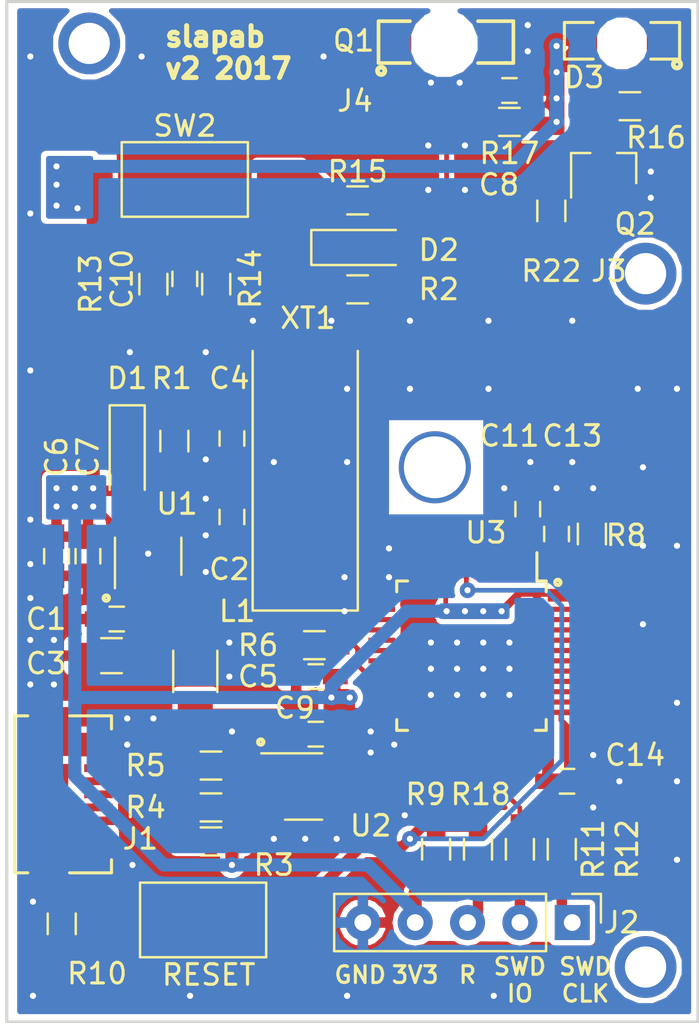
<source format=kicad_pcb>
(kicad_pcb (version 4) (host pcbnew 4.0.6)
  (layers (0 F.Cu signal) (31 B.Cu signal) (34 B.Paste user) (35 F.Paste user) (36 B.SilkS user) (37 F.SilkS user) (38 B.Mask user hide) (39 F.Mask user hide) (44 Edge.Cuts user))
  (net 0 "")
  (net 1 +5V)
  (net 2 GND)
  (net 3 /OSC_OUT)
  (net 4 /OSC_IN)
  (net 5 +3V3)
  (net 6 "Net-(C10-Pad1)")
  (net 7 "Net-(C10-Pad2)")
  (net 8 "Net-(D1-Pad1)")
  (net 9 /LED1)
  (net 10 "Net-(D2-Pad1)")
  (net 11 /IR_CLK)
  (net 12 "Net-(D3-Pad1)")
  (net 13 "Net-(J1-Pad4)")
  (net 14 "Net-(J2-Pad2)")
  (net 15 "Net-(J2-Pad3)")
  (net 16 /IR_IN)
  (net 17 "Net-(R4-Pad1)")
  (net 18 "Net-(R5-Pad1)")
  (net 19 /BOOT1)
  (net 20 /BOOT0)
  (net 21 /RESET)
  (net 22 "Net-(R10-Pad1)")
  (net 23 /SWDIO)
  (net 24 /SWDCLK)
  (net 25 /SW_USER)
  (net 26 "Net-(U3-Pad1)")
  (net 27 "Net-(U3-Pad2)")
  (net 28 "Net-(U3-Pad3)")
  (net 29 "Net-(U3-Pad4)")
  (net 30 "Net-(U3-Pad10)")
  (net 31 "Net-(U3-Pad11)")
  (net 32 "Net-(U3-Pad12)")
  (net 33 "Net-(U3-Pad13)")
  (net 34 "Net-(U3-Pad14)")
  (net 35 "Net-(U3-Pad15)")
  (net 36 "Net-(U3-Pad16)")
  (net 37 "Net-(U3-Pad17)")
  (net 38 "Net-(U3-Pad18)")
  (net 39 "Net-(U3-Pad19)")
  (net 40 "Net-(U3-Pad21)")
  (net 41 "Net-(U3-Pad22)")
  (net 42 "Net-(U3-Pad25)")
  (net 43 "Net-(U3-Pad26)")
  (net 44 "Net-(U3-Pad27)")
  (net 45 "Net-(U3-Pad28)")
  (net 46 "Net-(U3-Pad29)")
  (net 47 "Net-(U3-Pad30)")
  (net 48 "Net-(U3-Pad31)")
  (net 49 "Net-(U3-Pad38)")
  (net 50 "Net-(U3-Pad43)")
  (net 51 "Net-(U3-Pad45)")
  (net 52 "Net-(U3-Pad46)")
  (net 53 /USB_D+)
  (net 54 /USB_D-)
  (net 55 "Net-(J2-Pad1)")
  (net 56 /VBUS)
  (net 57 "Net-(Q2-Pad1)")
  (net 58 "Net-(Q2-Pad3)")
  (net 59 /S_D-)
  (net 60 /S_D+)
  (module MountingHole_3mm (layer F.Cu) (at 102.0445 112.268)
    (fp_text reference REF** hide)
    (fp_text value MountingHole_2mm hide)
    (pad "" np_thru_hole circle (at 0 0) (size 3.5 3.5) (drill 3) (layers *.Cu *.Mask))
  )
  (module MountingHole_2mm (layer F.Cu) (at 112.268 102.87)
    (fp_text reference REF** hide)
    (fp_text value MountingHole_1mm hide)
    (pad "" np_thru_hole circle (at 0 0) (size 3 3) (drill 2) (layers *.Cu *.Mask))
  )
  (module IR_PHOTO_WIDE (layer F.Cu) (at 102.489 91.6305 180)
    (fp_text reference Q1 (at 4.3815 0.0635 180) (layer F.SilkS))
    (fp_text value LL-S350PTC-1A)
    (pad 1 smd rect (at -2.413 0 180) (size 1.524 1.524) (layers F.Cu F.Paste F.Mask) (net 2 GND))
    (pad 2 smd rect (at 2.3495 0 180) (size 1.524 1.524) (layers F.Cu F.Paste F.Mask) (net 16 /IR_IN))
  )
  (module CustomFootprints:VIA_03_30mil (layer F.Cu) (at 94.234 112.014)
    (fp_text reference REF** hide)
    (fp_text value VIA_03_30mil hide)
    (pad 1 thru_hole circle (at 0 0) (size 0.762 0.762) (drill 0.3) (layers *.Cu) (net 2 GND))
  )
  (module CustomFootprints:VIA_03_30mil (layer F.Cu) (at 97.79 112.014)
    (fp_text reference REF** hide)
    (fp_text value VIA_03_30mil hide)
    (pad 1 thru_hole circle (at 0 0) (size 0.762 0.762) (drill 0.3) (layers *.Cu) (net 2 GND))
  )
  (module CustomFootprints:VIA_03_30mil (layer F.Cu) (at 97.79 108.458)
    (fp_text reference REF** hide)
    (fp_text value VIA_03_30mil hide)
    (pad 1 thru_hole circle (at 0 0) (size 0.762 0.762) (drill 0.3) (layers *.Cu) (net 2 GND))
  )
  (module CustomFootprints:VIA_03_30mil (layer F.Cu) (at 100.076 125.73)
    (fp_text reference REF** hide)
    (fp_text value VIA_03_30mil hide)
    (pad 1 thru_hole circle (at 0 0) (size 0.762 0.762) (drill 0.3) (layers *.Cu) (net 2 GND))
  )
  (module CustomFootprints:VIA_03_30mil (layer F.Cu) (at 98.933 126.111)
    (fp_text reference REF** hide)
    (fp_text value VIA_03_30mil hide)
    (pad 1 thru_hole circle (at 0 0) (size 0.762 0.762) (drill 0.3) (layers *.Cu) (net 2 GND))
  )
  (module CustomFootprints:VIA_03_30mil (layer F.Cu) (at 96.647 92.329)
    (fp_text reference REF** hide)
    (fp_text value VIA_03_30mil hide)
    (pad 1 thru_hole circle (at 0 0) (size 0.762 0.762) (drill 0.3) (layers *.Cu) (net 2 GND))
  )
  (module CustomFootprints:VIA_03_30mil (layer F.Cu) (at 87.8205 92.329)
    (fp_text reference REF** hide)
    (fp_text value VIA_03_30mil hide)
    (pad 1 thru_hole circle (at 0 0) (size 0.762 0.762) (drill 0.3) (layers *.Cu) (net 2 GND))
  )
  (module CustomFootprints:VIA_03_30mil (layer F.Cu) (at 87.122 125.73)
    (fp_text reference REF** hide)
    (fp_text value VIA_03_30mil hide)
    (pad 1 thru_hole circle (at 0 0) (size 0.762 0.762) (drill 0.3) (layers *.Cu) (net 2 GND))
  )
  (module CustomFootprints:VIA_03_30mil (layer F.Cu) (at 83.566 120.65)
    (fp_text reference REF** hide)
    (fp_text value VIA_03_30mil hide)
    (pad 1 thru_hole circle (at 0 0) (size 0.762 0.762) (drill 0.3) (layers *.Cu) (net 2 GND))
  )
  (module CustomFootprints:VIA_03_30mil (layer F.Cu) (at 83.566 122.809)
    (fp_text reference REF** hide)
    (fp_text value VIA_03_30mil hide)
    (pad 1 thru_hole circle (at 0 0) (size 0.762 0.762) (drill 0.3) (layers *.Cu) (net 2 GND))
  )
  (module CustomFootprints:VIA_03_30mil (layer F.Cu) (at 82.423 120.65)
    (fp_text reference REF** hide)
    (fp_text value VIA_03_30mil hide)
    (pad 1 thru_hole circle (at 0 0) (size 0.762 0.762) (drill 0.3) (layers *.Cu) (net 2 GND))
  )
  (module CustomFootprints:VIA_03_30mil (layer F.Cu) (at 82.423 118.618)
    (fp_text reference REF** hide)
    (fp_text value VIA_03_30mil hide)
    (pad 1 thru_hole circle (at 0 0) (size 0.762 0.762) (drill 0.3) (layers *.Cu) (net 2 GND))
  )
  (module CustomFootprints:VIA_03_30mil (layer F.Cu) (at 82.423 116.967)
    (fp_text reference REF** hide)
    (fp_text value VIA_03_30mil hide)
    (pad 1 thru_hole circle (at 0 0) (size 0.762 0.762) (drill 0.3) (layers *.Cu) (net 2 GND))
  )
  (module CustomFootprints:VIA_03_30mil (layer F.Cu) (at 82.423 122.809)
    (fp_text reference REF** hide)
    (fp_text value VIA_03_30mil hide)
    (pad 1 thru_hole circle (at 0 0) (size 0.762 0.762) (drill 0.3) (layers *.Cu) (net 2 GND))
  )
  (module CustomFootprints:VIA_03_30mil (layer F.Cu) (at 82.423 114.808)
    (fp_text reference REF** hide)
    (fp_text value VIA_03_30mil hide)
    (pad 1 thru_hole circle (at 0 0) (size 0.762 0.762) (drill 0.3) (layers *.Cu) (net 2 GND))
  )
  (module CustomFootprints:VIA_03_30mil (layer F.Cu) (at 82.423 107.569)
    (fp_text reference REF** hide)
    (fp_text value VIA_03_30mil hide)
    (pad 1 thru_hole circle (at 0 0) (size 0.762 0.762) (drill 0.3) (layers *.Cu) (net 2 GND))
  )
  (module CustomFootprints:VIA_03_30mil (layer F.Cu) (at 82.423 99.949)
    (fp_text reference REF** hide)
    (fp_text value VIA_03_30mil hide)
    (pad 1 thru_hole circle (at 0 0) (size 0.762 0.762) (drill 0.3) (layers *.Cu) (net 2 GND))
  )
  (module CustomFootprints:VIA_03_30mil (layer F.Cu) (at 82.423 92.329)
    (fp_text reference REF** hide)
    (fp_text value VIA_03_30mil hide)
    (pad 1 thru_hole circle (at 0 0) (size 0.762 0.762) (drill 0.3) (layers *.Cu) (net 2 GND))
  )
  (module CustomFootprints:VIA_03_30mil (layer F.Cu) (at 101.727 98.806)
    (fp_text reference REF** hide)
    (fp_text value VIA_03_30mil hide)
    (pad 1 thru_hole circle (at 0 0) (size 0.762 0.762) (drill 0.3) (layers *.Cu) (net 2 GND))
  )
  (module CustomFootprints:VIA_03_30mil (layer F.Cu) (at 103.505 98.806)
    (fp_text reference REF** hide)
    (fp_text value VIA_03_30mil hide)
    (pad 1 thru_hole circle (at 0 0) (size 0.762 0.762) (drill 0.3) (layers *.Cu) (net 2 GND))
  )
  (module CustomFootprints:VIA_03_30mil (layer F.Cu) (at 103.505 96.647)
    (fp_text reference REF** hide)
    (fp_text value VIA_03_30mil hide)
    (pad 1 thru_hole circle (at 0 0) (size 0.762 0.762) (drill 0.3) (layers *.Cu) (net 2 GND))
  )
  (module CustomFootprints:VIA_03_30mil (layer F.Cu) (at 101.727 96.647)
    (fp_text reference REF** hide)
    (fp_text value VIA_03_30mil hide)
    (pad 1 thru_hole circle (at 0 0) (size 0.762 0.762) (drill 0.3) (layers *.Cu) (net 2 GND))
  )
  (module CustomFootprints:VIA_03_30mil (layer F.Cu) (at 101.854 93.599)
    (fp_text reference REF** hide)
    (fp_text value VIA_03_30mil hide)
    (pad 1 thru_hole circle (at 0 0) (size 0.762 0.762) (drill 0.3) (layers *.Cu) (net 2 GND))
  )
  (module CustomFootprints:VIA_03_30mil (layer F.Cu) (at 103.251 93.599)
    (fp_text reference REF** hide)
    (fp_text value VIA_03_30mil hide)
    (pad 1 thru_hole circle (at 0 0) (size 0.762 0.762) (drill 0.3) (layers *.Cu) (net 2 GND))
  )
  (module CustomFootprints:VIA_03_30mil (layer F.Cu) (at 106.553 92.075)
    (fp_text reference REF** hide)
    (fp_text value VIA_03_30mil hide)
    (pad 1 thru_hole circle (at 0 0) (size 0.762 0.762) (drill 0.3) (layers *.Cu) (net 2 GND))
  )
  (module CustomFootprints:VIA_03_30mil (layer F.Cu) (at 106.553 90.805)
    (fp_text reference REF** hide)
    (fp_text value VIA_03_30mil hide)
    (pad 1 thru_hole circle (at 0 0) (size 0.762 0.762) (drill 0.3) (layers *.Cu) (net 2 GND))
  )
  (module CustomFootprints:VIA_03_30mil (layer F.Cu) (at 112.522 97.917)
    (fp_text reference REF** hide)
    (fp_text value VIA_03_30mil hide)
    (pad 1 thru_hole circle (at 0 0) (size 0.762 0.762) (drill 0.3) (layers *.Cu) (net 2 GND))
  )
  (module CustomFootprints:VIA_03_30mil (layer F.Cu) (at 90.932 115.57)
    (fp_text reference REF** hide)
    (fp_text value VIA_03_30mil hide)
    (pad 1 thru_hole circle (at 0 0) (size 0.762 0.762) (drill 0.3) (layers *.Cu) (net 2 GND))
  )
  (module CustomFootprints:VIA_03_30mil (layer F.Cu) (at 87.249 106.68)
    (fp_text reference REF** hide)
    (fp_text value VIA_03_30mil hide)
    (pad 1 thru_hole circle (at 0 0) (size 0.762 0.762) (drill 0.3) (layers *.Cu) (net 2 GND))
  )
  (module CustomFootprints:VIA_03_30mil (layer F.Cu) (at 90.932 106.68)
    (fp_text reference REF** hide)
    (fp_text value VIA_03_30mil hide)
    (pad 1 thru_hole circle (at 0 0) (size 0.762 0.762) (drill 0.3) (layers *.Cu) (net 2 GND))
  )
  (module CustomFootprints:VIA_03_30mil (layer F.Cu) (at 88.138 116.459)
    (fp_text reference REF** hide)
    (fp_text value VIA_03_30mil hide)
    (pad 1 thru_hole circle (at 0 0) (size 0.762 0.762) (drill 0.3) (layers *.Cu) (net 2 GND))
  )
  (module CustomFootprints:VIA_03_30mil (layer F.Cu) (at 90.932 117.348)
    (fp_text reference REF** hide)
    (fp_text value VIA_03_30mil hide)
    (pad 1 thru_hole circle (at 0 0) (size 0.762 0.762) (drill 0.3) (layers *.Cu) (net 2 GND))
  )
  (module CustomFootprints:VIA_03_30mil (layer F.Cu) (at 90.932 113.792)
    (fp_text reference REF** hide)
    (fp_text value VIA_03_30mil hide)
    (pad 1 thru_hole circle (at 0 0) (size 0.762 0.762) (drill 0.3) (layers *.Cu) (net 2 GND))
  )
  (module CustomFootprints:VIA_03_30mil (layer F.Cu) (at 90.932 111.887)
    (fp_text reference REF** hide)
    (fp_text value VIA_03_30mil hide)
    (pad 1 thru_hole circle (at 0 0) (size 0.762 0.762) (drill 0.3) (layers *.Cu) (net 2 GND))
  )
  (module CustomFootprints:VIA_03_30mil (layer F.Cu) (at 92.075 120.777)
    (fp_text reference REF** hide)
    (fp_text value VIA_03_30mil hide)
    (pad 1 thru_hole circle (at 0 0) (size 0.762 0.762) (drill 0.3) (layers *.Cu) (net 2 GND))
  )
  (module CustomFootprints:VIA_03_30mil (layer F.Cu) (at 92.075 122.428)
    (fp_text reference REF** hide)
    (fp_text value VIA_03_30mil hide)
    (pad 1 thru_hole circle (at 0 0) (size 0.762 0.762) (drill 0.3) (layers *.Cu) (net 2 GND))
  )
  (module CustomFootprints:VIA_03_30mil (layer F.Cu) (at 99.822 116.205)
    (fp_text reference REF** hide)
    (fp_text value VIA_03_30mil hide)
    (pad 1 thru_hole circle (at 0 0) (size 0.762 0.762) (drill 0.3) (layers *.Cu) (net 2 GND))
  )
  (module CustomFootprints:VIA_03_30mil (layer F.Cu) (at 99.822 117.602)
    (fp_text reference REF** hide)
    (fp_text value VIA_03_30mil hide)
    (pad 1 thru_hole circle (at 0 0) (size 0.762 0.762) (drill 0.3) (layers *.Cu) (net 2 GND))
  )
  (module CustomFootprints:VIA_03_30mil (layer F.Cu) (at 97.663 117.602)
    (fp_text reference REF** hide)
    (fp_text value VIA_03_30mil hide)
    (pad 1 thru_hole circle (at 0 0) (size 0.762 0.762) (drill 0.3) (layers *.Cu) (net 2 GND))
  )
  (module CustomFootprints:VIA_03_30mil (layer F.Cu) (at 97.663 119.253)
    (fp_text reference REF** hide)
    (fp_text value VIA_03_30mil hide)
    (pad 1 thru_hole circle (at 0 0) (size 0.762 0.762) (drill 0.3) (layers *.Cu) (net 2 GND))
  )
  (module CustomFootprints:VIA_03_30mil (layer F.Cu) (at 105.664 123.317)
    (fp_text reference REF** hide)
    (fp_text value VIA_03_30mil hide)
    (pad 1 thru_hole circle (at 0 0) (size 0.762 0.762) (drill 0.3) (layers *.Cu) (net 2 GND))
  )
  (module CustomFootprints:VIA_03_30mil (layer F.Cu) (at 104.394 123.317)
    (fp_text reference REF** hide)
    (fp_text value VIA_03_30mil hide)
    (pad 1 thru_hole circle (at 0 0) (size 0.762 0.762) (drill 0.3) (layers *.Cu) (net 2 GND))
  )
  (module CustomFootprints:VIA_03_30mil (layer F.Cu) (at 103.124 123.317)
    (fp_text reference REF** hide)
    (fp_text value VIA_03_30mil hide)
    (pad 1 thru_hole circle (at 0 0) (size 0.762 0.762) (drill 0.3) (layers *.Cu) (net 2 GND))
  )
  (module CustomFootprints:VIA_03_30mil (layer F.Cu) (at 101.854 123.317)
    (fp_text reference REF** hide)
    (fp_text value VIA_03_30mil hide)
    (pad 1 thru_hole circle (at 0 0) (size 0.762 0.762) (drill 0.3) (layers *.Cu) (net 2 GND))
  )
  (module CustomFootprints:VIA_03_30mil (layer F.Cu) (at 105.664 122.047)
    (fp_text reference REF** hide)
    (fp_text value VIA_03_30mil hide)
    (pad 1 thru_hole circle (at 0 0) (size 0.762 0.762) (drill 0.3) (layers *.Cu) (net 2 GND))
  )
  (module CustomFootprints:VIA_03_30mil (layer F.Cu) (at 104.394 122.047)
    (fp_text reference REF** hide)
    (fp_text value VIA_03_30mil hide)
    (pad 1 thru_hole circle (at 0 0) (size 0.762 0.762) (drill 0.3) (layers *.Cu) (net 2 GND))
  )
  (module CustomFootprints:VIA_03_30mil (layer F.Cu) (at 103.124 122.047)
    (fp_text reference REF** hide)
    (fp_text value VIA_03_30mil hide)
    (pad 1 thru_hole circle (at 0 0) (size 0.762 0.762) (drill 0.3) (layers *.Cu) (net 2 GND))
  )
  (module CustomFootprints:VIA_03_30mil (layer F.Cu) (at 101.854 122.047)
    (fp_text reference REF** hide)
    (fp_text value VIA_03_30mil hide)
    (pad 1 thru_hole circle (at 0 0) (size 0.762 0.762) (drill 0.3) (layers *.Cu) (net 2 GND))
  )
  (module CustomFootprints:VIA_03_30mil (layer F.Cu) (at 105.664 120.777)
    (fp_text reference REF** hide)
    (fp_text value VIA_03_30mil hide)
    (pad 1 thru_hole circle (at 0 0) (size 0.762 0.762) (drill 0.3) (layers *.Cu) (net 2 GND))
  )
  (module CustomFootprints:VIA_03_30mil (layer F.Cu) (at 104.394 120.777)
    (fp_text reference REF** hide)
    (fp_text value VIA_03_30mil hide)
    (pad 1 thru_hole circle (at 0 0) (size 0.762 0.762) (drill 0.3) (layers *.Cu) (net 2 GND))
  )
  (module CustomFootprints:VIA_03_30mil (layer F.Cu) (at 103.124 120.777)
    (fp_text reference REF** hide)
    (fp_text value VIA_03_30mil hide)
    (pad 1 thru_hole circle (at 0 0) (size 0.762 0.762) (drill 0.3) (layers *.Cu) (net 2 GND))
  )
  (module CustomFootprints:VIA_03_30mil (layer F.Cu) (at 101.854 120.777)
    (fp_text reference REF** hide)
    (fp_text value VIA_03_30mil hide)
    (pad 1 thru_hole circle (at 0 0) (size 0.762 0.762) (drill 0.3) (layers *.Cu) (net 2 GND))
  )
  (module CustomFootprints:VIA_03_30mil (layer F.Cu) (at 98.933 125.095)
    (fp_text reference REF** hide)
    (fp_text value VIA_03_30mil hide)
    (pad 1 thru_hole circle (at 0 0) (size 0.762 0.762) (drill 0.3) (layers *.Cu) (net 2 GND))
  )
  (module CustomFootprints:VIA_03_30mil (layer F.Cu) (at 92.202 125.095)
    (fp_text reference REF** hide)
    (fp_text value VIA_03_30mil hide)
    (pad 1 thru_hole circle (at 0 0) (size 0.762 0.762) (drill 0.3) (layers *.Cu) (net 2 GND))
  )
  (module CustomFootprints:VIA_03_30mil (layer F.Cu) (at 88.392 124.46)
    (fp_text reference REF** hide)
    (fp_text value VIA_03_30mil hide)
    (pad 1 thru_hole circle (at 0 0) (size 0.762 0.762) (drill 0.3) (layers *.Cu) (net 2 GND))
  )
  (module CustomFootprints:VIA_03_30mil (layer F.Cu) (at 87.122 124.46)
    (fp_text reference REF** hide)
    (fp_text value VIA_03_30mil hide)
    (pad 1 thru_hole circle (at 0 0) (size 0.762 0.762) (drill 0.3) (layers *.Cu) (net 2 GND))
  )
  (module CustomFootprints:VIA_03_30mil (layer F.Cu) (at 87.376 131.572)
    (fp_text reference REF** hide)
    (fp_text value VIA_03_30mil hide)
    (pad 1 thru_hole circle (at 0 0) (size 0.762 0.762) (drill 0.3) (layers *.Cu) (net 2 GND))
  )
  (module CustomFootprints:VIA_03_30mil (layer F.Cu) (at 109.728 128.778)
    (fp_text reference REF** hide)
    (fp_text value VIA_03_30mil hide)
    (pad 1 thru_hole circle (at 0 0) (size 0.762 0.762) (drill 0.3) (layers *.Cu) (net 2 GND))
  )
  (module CustomFootprints:VIA_03_30mil (layer F.Cu) (at 110.998 127.508)
    (fp_text reference REF** hide)
    (fp_text value VIA_03_30mil hide)
    (pad 1 thru_hole circle (at 0 0) (size 0.762 0.762) (drill 0.3) (layers *.Cu) (net 2 GND))
  )
  (module CustomFootprints:VIA_03_30mil (layer F.Cu) (at 109.728 126.238)
    (fp_text reference REF** hide)
    (fp_text value VIA_03_30mil hide)
    (pad 1 thru_hole circle (at 0 0) (size 0.762 0.762) (drill 0.3) (layers *.Cu) (net 2 GND))
  )
  (module CustomFootprints:VIA_03_30mil (layer F.Cu) (at 97.282 130.302)
    (fp_text reference REF** hide)
    (fp_text value VIA_03_30mil hide)
    (pad 1 thru_hole circle (at 0 0) (size 0.762 0.762) (drill 0.3) (layers *.Cu) (net 2 GND))
  )
  (module CustomFootprints:VIA_03_30mil (layer F.Cu) (at 95.758 130.302)
    (fp_text reference REF** hide)
    (fp_text value VIA_03_30mil hide)
    (pad 1 thru_hole circle (at 0 0) (size 0.762 0.762) (drill 0.3) (layers *.Cu) (net 2 GND))
  )
  (module CustomFootprints:VIA_03_30mil (layer F.Cu) (at 94.234 130.302)
    (fp_text reference REF** hide)
    (fp_text value VIA_03_30mil hide)
    (pad 1 thru_hole circle (at 0 0) (size 0.762 0.762) (drill 0.3) (layers *.Cu) (net 2 GND))
  )
  (module CustomFootprints:VIA_03_30mil (layer F.Cu) (at 100.584 129.159)
    (fp_text reference REF** hide)
    (fp_text value VIA_03_30mil hide)
    (pad 1 thru_hole circle (at 0 0) (size 0.762 0.762) (drill 0.3) (layers *.Cu) (net 2 GND))
  )
  (module CustomFootprints:VIA_03_30mil (layer F.Cu) (at 104.902 137.922)
    (fp_text reference REF** hide)
    (fp_text value VIA_03_30mil hide)
    (pad 1 thru_hole circle (at 0 0) (size 0.762 0.762) (drill 0.3) (layers *.Cu) (net 2 GND))
  )
  (module CustomFootprints:VIA_03_30mil (layer F.Cu) (at 97.79 137.922)
    (fp_text reference REF** hide)
    (fp_text value VIA_03_30mil hide)
    (pad 1 thru_hole circle (at 0 0) (size 0.762 0.762) (drill 0.3) (layers *.Cu) (net 2 GND))
  )
  (module CustomFootprints:VIA_03_30mil (layer F.Cu) (at 90.17 137.922)
    (fp_text reference REF** hide)
    (fp_text value VIA_03_30mil hide)
    (pad 1 thru_hole circle (at 0 0) (size 0.762 0.762) (drill 0.3) (layers *.Cu) (net 2 GND))
  )
  (module CustomFootprints:VIA_03_30mil (layer F.Cu) (at 82.55 137.922)
    (fp_text reference REF** hide)
    (fp_text value VIA_03_30mil hide)
    (pad 1 thru_hole circle (at 0 0) (size 0.762 0.762) (drill 0.3) (layers *.Cu) (net 2 GND))
  )
  (module CustomFootprints:VIA_03_30mil (layer F.Cu) (at 82.55 133.35)
    (fp_text reference REF** hide)
    (fp_text value VIA_03_30mil hide)
    (pad 1 thru_hole circle (at 0 0) (size 0.762 0.762) (drill 0.3) (layers *.Cu) (net 2 GND))
  )
  (module CustomFootprints:VIA_03_30mil (layer F.Cu) (at 113.792 131.318)
    (fp_text reference REF** hide)
    (fp_text value VIA_03_30mil hide)
    (pad 1 thru_hole circle (at 0 0) (size 0.762 0.762) (drill 0.3) (layers *.Cu) (net 2 GND))
  )
  (module CustomFootprints:VIA_03_30mil (layer F.Cu) (at 113.792 127.508)
    (fp_text reference REF** hide)
    (fp_text value VIA_03_30mil hide)
    (pad 1 thru_hole circle (at 0 0) (size 0.762 0.762) (drill 0.3) (layers *.Cu) (net 2 GND))
  )
  (module CustomFootprints:VIA_03_30mil (layer F.Cu) (at 113.792 123.698)
    (fp_text reference REF** hide)
    (fp_text value VIA_03_30mil hide)
    (pad 1 thru_hole circle (at 0 0) (size 0.762 0.762) (drill 0.3) (layers *.Cu) (net 2 GND))
  )
  (module CustomFootprints:VIA_03_30mil (layer F.Cu) (at 113.792 116.078)
    (fp_text reference REF** hide)
    (fp_text value VIA_03_30mil hide)
    (pad 1 thru_hole circle (at 0 0) (size 0.762 0.762) (drill 0.3) (layers *.Cu) (net 2 GND))
  )
  (module CustomFootprints:VIA_03_30mil (layer F.Cu) (at 112.141 119.888)
    (fp_text reference REF** hide)
    (fp_text value VIA_03_30mil hide)
    (pad 1 thru_hole circle (at 0 0) (size 0.762 0.762) (drill 0.3) (layers *.Cu) (net 2 GND))
  )
  (module CustomFootprints:VIA_03_30mil (layer F.Cu) (at 112.141 116.078)
    (fp_text reference REF** hide)
    (fp_text value VIA_03_30mil hide)
    (pad 1 thru_hole circle (at 0 0) (size 0.762 0.762) (drill 0.3) (layers *.Cu) (net 2 GND))
  )
  (module CustomFootprints:VIA_03_30mil (layer F.Cu) (at 113.792 108.458)
    (fp_text reference REF** hide)
    (fp_text value VIA_03_30mil hide)
    (pad 1 thru_hole circle (at 0 0) (size 0.762 0.762) (drill 0.3) (layers *.Cu) (net 2 GND))
  )
  (module CustomFootprints:VIA_03_30mil (layer F.Cu) (at 112.141 112.268)
    (fp_text reference REF** hide)
    (fp_text value VIA_03_30mil hide)
    (pad 1 thru_hole circle (at 0 0) (size 0.762 0.762) (drill 0.3) (layers *.Cu) (net 2 GND))
  )
  (module CustomFootprints:VIA_03_30mil (layer F.Cu) (at 111.887 108.458)
    (fp_text reference REF** hide)
    (fp_text value VIA_03_30mil hide)
    (pad 1 thru_hole circle (at 0 0) (size 0.762 0.762) (drill 0.3) (layers *.Cu) (net 2 GND))
  )
  (module CustomFootprints:VIA_03_30mil (layer F.Cu) (at 108.712 112.014)
    (fp_text reference REF** hide)
    (fp_text value VIA_03_30mil hide)
    (pad 1 thru_hole circle (at 0 0) (size 0.762 0.762) (drill 0.3) (layers *.Cu) (net 2 GND))
  )
  (module CustomFootprints:VIA_03_30mil (layer F.Cu) (at 109.728 113.284)
    (fp_text reference REF** hide)
    (fp_text value VIA_03_30mil hide)
    (pad 1 thru_hole circle (at 0 0) (size 0.762 0.762) (drill 0.3) (layers *.Cu) (net 2 GND))
  )
  (module CustomFootprints:VIA_03_30mil (layer F.Cu) (at 107.95 113.284)
    (fp_text reference REF** hide)
    (fp_text value VIA_03_30mil hide)
    (pad 1 thru_hole circle (at 0 0) (size 0.762 0.762) (drill 0.3) (layers *.Cu) (net 2 GND))
  )
  (module CustomFootprints:VIA_03_30mil (layer F.Cu) (at 106.68 112.014)
    (fp_text reference REF** hide)
    (fp_text value VIA_03_30mil hide)
    (pad 1 thru_hole circle (at 0 0) (size 0.762 0.762) (drill 0.3) (layers *.Cu) (net 2 GND))
  )
  (module CustomFootprints:VIA_03_30mil (layer F.Cu) (at 105.41 113.284)
    (fp_text reference REF** hide)
    (fp_text value VIA_03_30mil hide)
    (pad 1 thru_hole circle (at 0 0) (size 0.762 0.762) (drill 0.3) (layers *.Cu) (net 2 GND))
  )
  (module CustomFootprints:VIA_03_30mil (layer F.Cu) (at 104.648 108.458)
    (fp_text reference REF** hide)
    (fp_text value VIA_03_30mil hide)
    (pad 1 thru_hole circle (at 0 0) (size 0.762 0.762) (drill 0.3) (layers *.Cu) (net 2 GND))
  )
  (module CustomFootprints:VIA_03_30mil (layer F.Cu) (at 100.838 108.458)
    (fp_text reference REF** hide)
    (fp_text value VIA_03_30mil hide)
    (pad 1 thru_hole circle (at 0 0) (size 0.762 0.762) (drill 0.3) (layers *.Cu) (net 2 GND))
  )
  (module CustomFootprints:VIA_03_30mil (layer F.Cu) (at 112.522 99.187)
    (fp_text reference REF** hide)
    (fp_text value VIA_03_30mil hide)
    (pad 1 thru_hole circle (at 0 0) (size 0.762 0.762) (drill 0.3) (layers *.Cu) (net 2 GND))
  )
  (module CustomFootprints:VIA_03_30mil (layer F.Cu) (at 108.712 105.156)
    (fp_text reference REF** hide)
    (fp_text value VIA_03_30mil hide)
    (pad 1 thru_hole circle (at 0 0) (size 0.762 0.762) (drill 0.3) (layers *.Cu) (net 2 GND))
  )
  (module CustomFootprints:VIA_03_30mil (layer F.Cu) (at 104.648 105.156)
    (fp_text reference REF** hide)
    (fp_text value VIA_03_30mil hide)
    (pad 1 thru_hole circle (at 0 0) (size 0.762 0.762) (drill 0.3) (layers *.Cu) (net 2 GND))
  )
  (module CustomFootprints:VIA_03_30mil (layer F.Cu) (at 100.838 105.156)
    (fp_text reference REF** hide)
    (fp_text value VIA_03_30mil hide)
    (pad 1 thru_hole circle (at 0 0) (size 0.762 0.762) (drill 0.3) (layers *.Cu) (net 2 GND))
  )
  (module CustomFootprints:VIA_03_30mil (layer F.Cu) (at 97.028 105.156)
    (fp_text reference REF** hide)
    (fp_text value VIA_03_30mil hide)
    (pad 1 thru_hole circle (at 0 0) (size 0.762 0.762) (drill 0.3) (layers *.Cu) (net 2 GND))
  )
  (module Capacitors_SMD:C_0603_HandSoldering (layer F.Cu) (at 86.614 119.634 180)
    (fp_text reference C1 (at 3.429 0 180) (layer F.SilkS))
    (fp_text value 100nF)
    (pad 1 smd rect (at -0.95 0 180) (size 1.2 0.75) (layers F.Cu F.Paste F.Mask) (net 1 +5V))
    (pad 2 smd rect (at 0.95 0 180) (size 1.2 0.75) (layers F.Cu F.Paste F.Mask) (net 2 GND))
  )
  (module Capacitors_SMD:C_0603_HandSoldering (layer F.Cu) (at 92.202 114.681 90)
    (fp_text reference C2 (at -2.54 -0.127 180) (layer F.SilkS))
    (fp_text value 12pF)
    (pad 1 smd rect (at -0.95 0 90) (size 1.2 0.75) (layers F.Cu F.Paste F.Mask) (net 3 /OSC_OUT))
    (pad 2 smd rect (at 0.95 0 90) (size 1.2 0.75) (layers F.Cu F.Paste F.Mask) (net 2 GND))
  )
  (module Capacitors_SMD:C_0805_HandSoldering (layer F.Cu) (at 86.36 121.412)
    (fp_text reference C3 (at -3.175 0.381) (layer F.SilkS))
    (fp_text value 2.2uF)
    (pad 1 smd rect (at -1.25 0) (size 1.5 1.25) (layers F.Cu F.Paste F.Mask) (net 2 GND))
    (pad 2 smd rect (at 1.25 0) (size 1.5 1.25) (layers F.Cu F.Paste F.Mask) (net 1 +5V))
  )
  (module Capacitors_SMD:C_0603_HandSoldering (layer F.Cu) (at 92.202 110.871 270)
    (fp_text reference C4 (at -2.921 0.127 360) (layer F.SilkS))
    (fp_text value 12pF)
    (pad 1 smd rect (at -0.95 0 270) (size 1.2 0.75) (layers F.Cu F.Paste F.Mask) (net 4 /OSC_IN))
    (pad 2 smd rect (at 0.95 0 270) (size 1.2 0.75) (layers F.Cu F.Paste F.Mask) (net 2 GND))
  )
  (module Capacitors_SMD:C_0603_HandSoldering (layer F.Cu) (at 96.266 122.428)
    (fp_text reference C5 (at -2.794 0) (layer F.SilkS))
    (fp_text value 100nF)
    (pad 1 smd rect (at -0.95 0) (size 1.2 0.75) (layers F.Cu F.Paste F.Mask) (net 2 GND))
    (pad 2 smd rect (at 0.95 0) (size 1.2 0.75) (layers F.Cu F.Paste F.Mask) (net 5 +3V3))
  )
  (module Capacitors_SMD:C_0603_HandSoldering (layer F.Cu) (at 85.217 116.586 270)
    (fp_text reference C7 (at -4.826 0 270) (layer F.SilkS))
    (fp_text value 100nF)
    (pad 1 smd rect (at -0.95 0 270) (size 1.2 0.75) (layers F.Cu F.Paste F.Mask) (net 5 +3V3))
    (pad 2 smd rect (at 0.95 0 270) (size 1.2 0.75) (layers F.Cu F.Paste F.Mask) (net 2 GND))
  )
  (module Capacitors_SMD:C_0603_HandSoldering (layer F.Cu) (at 96.266 125.222 180)
    (fp_text reference C9 (at 1.016 1.27 180) (layer F.SilkS))
    (fp_text value 100nF)
    (pad 1 smd rect (at -0.95 0 180) (size 1.2 0.75) (layers F.Cu F.Paste F.Mask) (net 2 GND))
    (pad 2 smd rect (at 0.95 0 180) (size 1.2 0.75) (layers F.Cu F.Paste F.Mask) (net 56 /VBUS))
  )
  (module Capacitors_SMD:C_0603_HandSoldering (layer F.Cu) (at 89.916 103.124 90)
    (fp_text reference C10 (at 0 -3.048 90) (layer F.SilkS))
    (fp_text value 100nF)
    (pad 1 smd rect (at -0.95 0 90) (size 1.2 0.75) (layers F.Cu F.Paste F.Mask) (net 6 "Net-(C10-Pad1)"))
    (pad 2 smd rect (at 0.95 0 90) (size 1.2 0.75) (layers F.Cu F.Paste F.Mask) (net 7 "Net-(C10-Pad2)"))
  )
  (module Capacitors_SMD:C_0603_HandSoldering (layer F.Cu) (at 107.95 115.5065 90)
    (fp_text reference C13 (at 4.7625 0.762 180) (layer F.SilkS))
    (fp_text value 100nF)
    (pad 1 smd rect (at -0.95 0 90) (size 1.2 0.75) (layers F.Cu F.Paste F.Mask) (net 5 +3V3))
    (pad 2 smd rect (at 0.95 0 90) (size 1.2 0.75) (layers F.Cu F.Paste F.Mask) (net 2 GND))
  )
  (module Resistors_SMD:R_0603_HandSoldering (layer F.Cu) (at 89.408 110.998 270)
    (fp_text reference R1 (at -3.048 0.127 360) (layer F.SilkS))
    (fp_text value 1.2k)
    (pad 1 smd rect (at -1.1 0 270) (size 1.2 0.9) (layers F.Cu F.Paste F.Mask) (net 2 GND))
    (pad 2 smd rect (at 1.1 0 270) (size 1.2 0.9) (layers F.Cu F.Paste F.Mask) (net 8 "Net-(D1-Pad1)"))
  )
  (module Resistors_SMD:R_0603_HandSoldering (layer F.Cu) (at 98.298 103.632 180)
    (fp_text reference R2 (at -3.937 0 180) (layer F.SilkS))
    (fp_text value 1.2k)
    (pad 1 smd rect (at -1.1 0 180) (size 1.2 0.9) (layers F.Cu F.Paste F.Mask) (net 2 GND))
    (pad 2 smd rect (at 1.1 0 180) (size 1.2 0.9) (layers F.Cu F.Paste F.Mask) (net 10 "Net-(D2-Pad1)"))
  )
  (module Resistors_SMD:R_0603_HandSoldering (layer F.Cu) (at 91.186 128.778 180)
    (fp_text reference R4 (at 3.175 0 180) (layer F.SilkS))
    (fp_text value 49R)
    (pad 1 smd rect (at -1.1 0 180) (size 1.2 0.9) (layers F.Cu F.Paste F.Mask) (net 17 "Net-(R4-Pad1)"))
    (pad 2 smd rect (at 1.1 0 180) (size 1.2 0.9) (layers F.Cu F.Paste F.Mask) (net 60 /S_D+))
  )
  (module Resistors_SMD:R_0603_HandSoldering (layer F.Cu) (at 91.186 126.746 180)
    (fp_text reference R5 (at 3.175 0 180) (layer F.SilkS))
    (fp_text value 49R)
    (pad 1 smd rect (at -1.1 0 180) (size 1.2 0.9) (layers F.Cu F.Paste F.Mask) (net 18 "Net-(R5-Pad1)"))
    (pad 2 smd rect (at 1.1 0 180) (size 1.2 0.9) (layers F.Cu F.Paste F.Mask) (net 59 /S_D-))
  )
  (module Resistors_SMD:R_0603_HandSoldering (layer F.Cu) (at 102.108 130.81 90)
    (fp_text reference R9 (at 2.667 -0.508 180) (layer F.SilkS))
    (fp_text value 10k)
    (pad 1 smd rect (at -1.1 0 90) (size 1.2 0.9) (layers F.Cu F.Paste F.Mask) (net 5 +3V3))
    (pad 2 smd rect (at 1.1 0 90) (size 1.2 0.9) (layers F.Cu F.Paste F.Mask) (net 21 /RESET))
  )
  (module Resistors_SMD:R_0603_HandSoldering (layer F.Cu) (at 83.947 134.4295 90)
    (fp_text reference R10 (at -2.413 1.7145 180) (layer F.SilkS))
    (fp_text value 560R)
    (pad 1 smd rect (at -1.1 0 90) (size 1.2 0.9) (layers F.Cu F.Paste F.Mask) (net 22 "Net-(R10-Pad1)"))
    (pad 2 smd rect (at 1.1 0 90) (size 1.2 0.9) (layers F.Cu F.Paste F.Mask) (net 2 GND))
  )
  (module Resistors_SMD:R_0603_HandSoldering (layer F.Cu) (at 106.172 130.81 90)
    (fp_text reference R11 (at 0 3.556 90) (layer F.SilkS))
    (fp_text value 49R)
    (pad 1 smd rect (at -1.1 0 90) (size 1.2 0.9) (layers F.Cu F.Paste F.Mask) (net 14 "Net-(J2-Pad2)"))
    (pad 2 smd rect (at 1.1 0 90) (size 1.2 0.9) (layers F.Cu F.Paste F.Mask) (net 23 /SWDIO))
  )
  (module Resistors_SMD:R_0603_HandSoldering (layer F.Cu) (at 108.204 130.81 90)
    (fp_text reference R12 (at 0 3.175 90) (layer F.SilkS))
    (fp_text value 49R)
    (pad 1 smd rect (at -1.1 0 90) (size 1.2 0.9) (layers F.Cu F.Paste F.Mask) (net 55 "Net-(J2-Pad1)"))
    (pad 2 smd rect (at 1.1 0 90) (size 1.2 0.9) (layers F.Cu F.Paste F.Mask) (net 24 /SWDCLK))
  )
  (module Resistors_SMD:R_0603_HandSoldering (layer F.Cu) (at 88.392 103.378 270)
    (fp_text reference R13 (at 0 3.048 270) (layer F.SilkS))
    (fp_text value 100R)
    (pad 1 smd rect (at -1.1 0 270) (size 1.2 0.9) (layers F.Cu F.Paste F.Mask) (net 6 "Net-(C10-Pad1)"))
    (pad 2 smd rect (at 1.1 0 270) (size 1.2 0.9) (layers F.Cu F.Paste F.Mask) (net 5 +3V3))
  )
  (module Resistors_SMD:R_0603_HandSoldering (layer F.Cu) (at 91.44 103.378 90)
    (fp_text reference R14 (at 0.254 1.651 90) (layer F.SilkS))
    (fp_text value 220k)
    (pad 1 smd rect (at -1.1 0 90) (size 1.2 0.9) (layers F.Cu F.Paste F.Mask) (net 2 GND))
    (pad 2 smd rect (at 1.1 0 90) (size 1.2 0.9) (layers F.Cu F.Paste F.Mask) (net 7 "Net-(C10-Pad2)"))
  )
  (module Resistors_SMD:R_0603_HandSoldering (layer F.Cu) (at 111.506 94.742)
    (fp_text reference R16 (at 1.27 1.524 180) (layer F.SilkS))
    (fp_text value 49R)
    (pad 1 smd rect (at -1.1 0) (size 1.2 0.9) (layers F.Cu F.Paste F.Mask) (net 58 "Net-(Q2-Pad3)"))
    (pad 2 smd rect (at 1.1 0) (size 1.2 0.9) (layers F.Cu F.Paste F.Mask) (net 12 "Net-(D3-Pad1)"))
  )
  (module Resistors_SMD:R_0603_HandSoldering (layer F.Cu) (at 105.664 95.504)
    (fp_text reference R17 (at 0 1.524) (layer F.SilkS))
    (fp_text value 1.2k)
    (pad 1 smd rect (at -1.1 0) (size 1.2 0.9) (layers F.Cu F.Paste F.Mask) (net 16 /IR_IN))
    (pad 2 smd rect (at 1.1 0) (size 1.2 0.9) (layers F.Cu F.Paste F.Mask) (net 5 +3V3))
  )
  (module Buttons_Switches_SMD:SW_SPST_FSMSM (layer F.Cu) (at 90.805 134.239)
    (fp_text reference SW1)
    (fp_text value RESET (at 0.272 2.667) (layer F.SilkS))
    (pad 1 smd rect (at -4.59 0) (size 2.18 1.6) (layers F.Cu F.Paste F.Mask) (net 22 "Net-(R10-Pad1)"))
    (pad 2 smd rect (at 4.59 0) (size 2.18 1.6) (layers F.Cu F.Paste F.Mask) (net 21 /RESET))
  )
  (module TO_SOT_Packages_SMD:SOT-23-6_Handsoldering (layer F.Cu) (at 95.678 127.762)
    (fp_text reference U2 (at 3.255 1.905) (layer F.SilkS))
    (fp_text value USBLC6-2)
    (pad 1 smd rect (at -1.35 -0.95) (size 1.56 0.65) (layers F.Cu F.Paste F.Mask) (net 18 "Net-(R5-Pad1)"))
    (pad 2 smd rect (at -1.35 0) (size 1.56 0.65) (layers F.Cu F.Paste F.Mask) (net 2 GND))
    (pad 3 smd rect (at -1.35 0.95) (size 1.56 0.65) (layers F.Cu F.Paste F.Mask) (net 17 "Net-(R4-Pad1)"))
    (pad 4 smd rect (at 1.35 0.95) (size 1.56 0.65) (layers F.Cu F.Paste F.Mask) (net 53 /USB_D+))
    (pad 6 smd rect (at 1.35 -0.95) (size 1.56 0.65) (layers F.Cu F.Paste F.Mask) (net 54 /USB_D-))
    (pad 5 smd rect (at 1.35 0) (size 1.56 0.65) (layers F.Cu F.Paste F.Mask) (net 56 /VBUS))
  )
  (module Housings_QFP:LQFP-48_7x7mm_Pitch0.5mm (layer F.Cu) (at 103.8225 121.412 270)
    (fp_text reference U3 (at -5.969 -0.6985 360) (layer F.SilkS))
    (fp_text value STM32F103C8T6)
    (pad 1 smd rect (at -4.35 -2.75 270) (size 1.3 0.25) (layers F.Cu F.Paste F.Mask) (net 26 "Net-(U3-Pad1)"))
    (pad 2 smd rect (at -4.35 -2.25 270) (size 1.3 0.25) (layers F.Cu F.Paste F.Mask) (net 27 "Net-(U3-Pad2)"))
    (pad 3 smd rect (at -4.35 -1.75 270) (size 1.3 0.25) (layers F.Cu F.Paste F.Mask) (net 28 "Net-(U3-Pad3)"))
    (pad 4 smd rect (at -4.35 -1.25 270) (size 1.3 0.25) (layers F.Cu F.Paste F.Mask) (net 29 "Net-(U3-Pad4)"))
    (pad 5 smd rect (at -4.35 -0.75 270) (size 1.3 0.25) (layers F.Cu F.Paste F.Mask) (net 4 /OSC_IN))
    (pad 6 smd rect (at -4.35 -0.25 270) (size 1.3 0.25) (layers F.Cu F.Paste F.Mask) (net 3 /OSC_OUT))
    (pad 7 smd rect (at -4.35 0.25 270) (size 1.3 0.25) (layers F.Cu F.Paste F.Mask) (net 21 /RESET))
    (pad 8 smd rect (at -4.35 0.75 270) (size 1.3 0.25) (layers F.Cu F.Paste F.Mask) (net 2 GND))
    (pad 9 smd rect (at -4.35 1.25 270) (size 1.3 0.25) (layers F.Cu F.Paste F.Mask) (net 5 +3V3))
    (pad 10 smd rect (at -4.35 1.75 270) (size 1.3 0.25) (layers F.Cu F.Paste F.Mask) (net 30 "Net-(U3-Pad10)"))
    (pad 11 smd rect (at -4.35 2.25 270) (size 1.3 0.25) (layers F.Cu F.Paste F.Mask) (net 31 "Net-(U3-Pad11)"))
    (pad 12 smd rect (at -4.35 2.75 270) (size 1.3 0.25) (layers F.Cu F.Paste F.Mask) (net 32 "Net-(U3-Pad12)"))
    (pad 13 smd rect (at -2.75 4.35) (size 1.3 0.25) (layers F.Cu F.Paste F.Mask) (net 33 "Net-(U3-Pad13)"))
    (pad 14 smd rect (at -2.25 4.35) (size 1.3 0.25) (layers F.Cu F.Paste F.Mask) (net 34 "Net-(U3-Pad14)"))
    (pad 15 smd rect (at -1.75 4.35) (size 1.3 0.25) (layers F.Cu F.Paste F.Mask) (net 35 "Net-(U3-Pad15)"))
    (pad 16 smd rect (at -1.25 4.35) (size 1.3 0.25) (layers F.Cu F.Paste F.Mask) (net 36 "Net-(U3-Pad16)"))
    (pad 17 smd rect (at -0.75 4.35) (size 1.3 0.25) (layers F.Cu F.Paste F.Mask) (net 37 "Net-(U3-Pad17)"))
    (pad 18 smd rect (at -0.25 4.35) (size 1.3 0.25) (layers F.Cu F.Paste F.Mask) (net 38 "Net-(U3-Pad18)"))
    (pad 19 smd rect (at 0.25 4.35) (size 1.3 0.25) (layers F.Cu F.Paste F.Mask) (net 39 "Net-(U3-Pad19)"))
    (pad 20 smd rect (at 0.75 4.35) (size 1.3 0.25) (layers F.Cu F.Paste F.Mask) (net 19 /BOOT1))
    (pad 21 smd rect (at 1.25 4.35) (size 1.3 0.25) (layers F.Cu F.Paste F.Mask) (net 40 "Net-(U3-Pad21)"))
    (pad 22 smd rect (at 1.75 4.35) (size 1.3 0.25) (layers F.Cu F.Paste F.Mask) (net 41 "Net-(U3-Pad22)"))
    (pad 23 smd rect (at 2.25 4.35) (size 1.3 0.25) (layers F.Cu F.Paste F.Mask) (net 2 GND))
    (pad 24 smd rect (at 2.75 4.35) (size 1.3 0.25) (layers F.Cu F.Paste F.Mask) (net 5 +3V3))
    (pad 25 smd rect (at 4.35 2.75 270) (size 1.3 0.25) (layers F.Cu F.Paste F.Mask) (net 42 "Net-(U3-Pad25)"))
    (pad 26 smd rect (at 4.35 2.25 270) (size 1.3 0.25) (layers F.Cu F.Paste F.Mask) (net 43 "Net-(U3-Pad26)"))
    (pad 27 smd rect (at 4.35 1.75 270) (size 1.3 0.25) (layers F.Cu F.Paste F.Mask) (net 44 "Net-(U3-Pad27)"))
    (pad 28 smd rect (at 4.35 1.25 270) (size 1.3 0.25) (layers F.Cu F.Paste F.Mask) (net 45 "Net-(U3-Pad28)"))
    (pad 29 smd rect (at 4.35 0.75 270) (size 1.3 0.25) (layers F.Cu F.Paste F.Mask) (net 46 "Net-(U3-Pad29)"))
    (pad 30 smd rect (at 4.35 0.25 270) (size 1.3 0.25) (layers F.Cu F.Paste F.Mask) (net 47 "Net-(U3-Pad30)"))
    (pad 31 smd rect (at 4.35 -0.25 270) (size 1.3 0.25) (layers F.Cu F.Paste F.Mask) (net 48 "Net-(U3-Pad31)"))
    (pad 32 smd rect (at 4.35 -0.75 270) (size 1.3 0.25) (layers F.Cu F.Paste F.Mask) (net 54 /USB_D-))
    (pad 33 smd rect (at 4.35 -1.25 270) (size 1.3 0.25) (layers F.Cu F.Paste F.Mask) (net 53 /USB_D+))
    (pad 34 smd rect (at 4.35 -1.75 270) (size 1.3 0.25) (layers F.Cu F.Paste F.Mask) (net 23 /SWDIO))
    (pad 35 smd rect (at 4.35 -2.25 270) (size 1.3 0.25) (layers F.Cu F.Paste F.Mask) (net 2 GND))
    (pad 36 smd rect (at 4.35 -2.75 270) (size 1.3 0.25) (layers F.Cu F.Paste F.Mask) (net 5 +3V3))
    (pad 37 smd rect (at 2.75 -4.35) (size 1.3 0.25) (layers F.Cu F.Paste F.Mask) (net 24 /SWDCLK))
    (pad 38 smd rect (at 2.25 -4.35) (size 1.3 0.25) (layers F.Cu F.Paste F.Mask) (net 49 "Net-(U3-Pad38)"))
    (pad 39 smd rect (at 1.75 -4.35) (size 1.3 0.25) (layers F.Cu F.Paste F.Mask) (net 11 /IR_CLK))
    (pad 40 smd rect (at 1.25 -4.35) (size 1.3 0.25) (layers F.Cu F.Paste F.Mask) (net 16 /IR_IN))
    (pad 41 smd rect (at 0.75 -4.35) (size 1.3 0.25) (layers F.Cu F.Paste F.Mask) (net 25 /SW_USER))
    (pad 42 smd rect (at 0.25 -4.35) (size 1.3 0.25) (layers F.Cu F.Paste F.Mask) (net 9 /LED1))
    (pad 43 smd rect (at -0.25 -4.35) (size 1.3 0.25) (layers F.Cu F.Paste F.Mask) (net 50 "Net-(U3-Pad43)"))
    (pad 44 smd rect (at -0.75 -4.35) (size 1.3 0.25) (layers F.Cu F.Paste F.Mask) (net 20 /BOOT0))
    (pad 45 smd rect (at -1.25 -4.35) (size 1.3 0.25) (layers F.Cu F.Paste F.Mask) (net 51 "Net-(U3-Pad45)"))
    (pad 46 smd rect (at -1.75 -4.35) (size 1.3 0.25) (layers F.Cu F.Paste F.Mask) (net 52 "Net-(U3-Pad46)"))
    (pad 47 smd rect (at -2.25 -4.35) (size 1.3 0.25) (layers F.Cu F.Paste F.Mask) (net 2 GND))
    (pad 48 smd rect (at -2.75 -4.35) (size 1.3 0.25) (layers F.Cu F.Paste F.Mask) (net 5 +3V3))
  )
  (module Crystals:Crystal_SMD_HC49-SD (layer F.Cu) (at 95.758 112.522 90)
    (fp_text reference XT1 (at 7.493 0.127 180) (layer F.SilkS))
    (fp_text value 8MHz)
    (pad 1 smd rect (at -4.25 0 90) (size 4.5 2) (layers F.Cu F.Mask) (net 3 /OSC_OUT))
    (pad 2 smd rect (at 4.25 0 90) (size 4.5 2) (layers F.Cu F.Mask) (net 4 /OSC_IN))
  )
  (module Resistors_SMD:R_0603_HandSoldering (layer F.Cu) (at 98.298 99.314 180)
    (fp_text reference R15 (at 0 1.397 180) (layer F.SilkS))
    (fp_text value 560R)
    (pad 1 smd rect (at -1.1 0 180) (size 1.2 0.9) (layers F.Cu F.Paste F.Mask) (net 25 /SW_USER))
    (pad 2 smd rect (at 1.1 0 180) (size 1.2 0.9) (layers F.Cu F.Paste F.Mask) (net 7 "Net-(C10-Pad2)"))
  )
  (module Resistors_SMD:R_0603_HandSoldering (layer F.Cu) (at 109.6645 115.5065 90)
    (fp_text reference R8 (at -0.0635 1.651 180) (layer F.SilkS))
    (fp_text value 10k)
    (pad 1 smd rect (at -1.1 0 90) (size 1.2 0.9) (layers F.Cu F.Paste F.Mask) (net 20 /BOOT0))
    (pad 2 smd rect (at 1.1 0 90) (size 1.2 0.9) (layers F.Cu F.Paste F.Mask) (net 2 GND))
  )
  (module Inductors_SMD:L_1206_Handsoldering (layer F.Cu) (at 90.424 122.174 90)
    (fp_text reference L1 (at 2.921 2.032 180) (layer F.SilkS))
    (fp_text value "Bead, 200mA")
    (pad 1 smd rect (at -2 0 90) (size 2 1.7) (layers F.Cu F.Paste F.Mask) (net 56 /VBUS))
    (pad 2 smd rect (at 2 0 90) (size 2 1.7) (layers F.Cu F.Paste F.Mask) (net 1 +5V))
  )
  (module TO_SOT_Packages_SMD:SOT-23-5 (layer F.Cu) (at 88.138 116.586 90)
    (fp_text reference U1 (at 2.54 1.397 180) (layer F.SilkS))
    (fp_text value TLV70033DDCT)
    (pad 1 smd rect (at -1.1 -0.95 90) (size 1.06 0.65) (layers F.Cu F.Paste F.Mask) (net 1 +5V))
    (pad 2 smd rect (at -1.1 0 90) (size 1.06 0.65) (layers F.Cu F.Paste F.Mask) (net 2 GND))
    (pad 3 smd rect (at -1.1 0.95 90) (size 1.06 0.65) (layers F.Cu F.Paste F.Mask) (net 1 +5V))
    (pad 4 smd rect (at 1.1 0.95 90) (size 1.06 0.65) (layers F.Cu F.Paste F.Mask))
    (pad 5 smd rect (at 1.1 -0.95 90) (size 1.06 0.65) (layers F.Cu F.Paste F.Mask) (net 5 +3V3))
  )
  (module CustomFootprints:USB_MICRO_MX-47346-0001 (layer F.Cu) (at 83.693 128.143)
    (fp_text reference J1 (at 4.064 2.159) (layer F.SilkS))
    (fp_text value MX-47346-0001 hide)
    (pad 6 smd rect (at -0.381 -3.048) (size 1.9 2.375) (layers F.Cu F.Paste F.Mask) (net 2 GND))
    (pad 6 smd rect (at -0.381 3.048) (size 1.9 2.375) (layers F.Cu F.Paste F.Mask) (net 2 GND))
    (pad 6 smd rect (at -0.381 -0.889) (size 1.9 1.175) (layers F.Cu F.Paste F.Mask) (net 2 GND))
    (pad 6 smd rect (at -0.381 0.889) (size 1.9 1.175) (layers F.Cu F.Paste F.Mask) (net 2 GND))
    (pad 6 smd rect (at 1.778 -2.413) (size 1.9 1.147) (layers F.Cu F.Paste F.Mask) (net 2 GND))
    (pad 6 smd rect (at 1.778 2.413) (size 1.9 1.147) (layers F.Cu F.Paste F.Mask) (net 2 GND))
    (pad 1 smd rect (at 2.032 -1.27) (size 1.38 0.381) (layers F.Cu F.Paste F.Mask) (net 56 /VBUS))
    (pad 2 smd rect (at 2.032 -0.635) (size 1.38 0.381) (layers F.Cu F.Paste F.Mask) (net 59 /S_D-))
    (pad 3 smd rect (at 2.032 0) (size 1.38 0.381) (layers F.Cu F.Paste F.Mask) (net 60 /S_D+))
    (pad 4 smd rect (at 2.032 0.635) (size 1.38 0.381) (layers F.Cu F.Paste F.Mask) (net 13 "Net-(J1-Pad4)"))
    (pad 5 smd rect (at 2.032 1.27) (size 1.38 0.381) (layers F.Cu F.Paste F.Mask) (net 2 GND))
  )
  (module Buttons_Switches_SMD:SW_SPST_FSMSM (layer F.Cu) (at 89.916 98.298)
    (fp_text reference SW2 (at 0 -2.6) (layer F.SilkS))
    (fp_text value SW2)
    (pad 1 smd rect (at -4.59 0) (size 2.18 1.6) (layers F.Cu F.Paste F.Mask) (net 5 +3V3))
    (pad 2 smd rect (at 4.59 0) (size 2.18 1.6) (layers F.Cu F.Paste F.Mask) (net 7 "Net-(C10-Pad2)"))
  )
  (module Pin_Headers:Pin_Header_Straight_1x05_Pitch2.54mm (layer F.Cu) (at 108.712 134.366 270)
    (fp_text reference J2 (at 0 -2.39 360) (layer F.SilkS))
    (fp_text value SWD)
    (pad 1 thru_hole rect (at 0 0 270) (size 1.7 1.7) (drill 0.8128) (layers *.Cu *.Mask) (net 55 "Net-(J2-Pad1)"))
    (pad 2 thru_hole oval (at 0 2.54 270) (size 1.7 1.7) (drill 0.8128) (layers *.Cu *.Mask) (net 14 "Net-(J2-Pad2)"))
    (pad 3 thru_hole oval (at 0 5.08 270) (size 1.7 1.7) (drill 0.8128) (layers *.Cu *.Mask) (net 15 "Net-(J2-Pad3)"))
    (pad 4 thru_hole oval (at 0 7.62 270) (size 1.7 1.7) (drill 0.8128) (layers *.Cu *.Mask) (net 5 +3V3))
    (pad 5 thru_hole oval (at 0 10.16 270) (size 1.7 1.7) (drill 0.8128) (layers *.Cu *.Mask) (net 2 GND))
  )
  (module TO_SOT_Packages_SMD:SOT-23 (layer F.Cu) (at 110.236 97.774 90)
    (fp_text reference Q2 (at -2.683 1.524 180) (layer F.SilkS))
    (fp_text value BC817-40)
    (pad 1 smd rect (at -1 -0.95 90) (size 0.9 0.8) (layers F.Cu F.Paste F.Mask) (net 57 "Net-(Q2-Pad1)"))
    (pad 2 smd rect (at -1 0.95 90) (size 0.9 0.8) (layers F.Cu F.Paste F.Mask) (net 2 GND))
    (pad 3 smd rect (at 1 0 90) (size 0.9 0.8) (layers F.Cu F.Paste F.Mask) (net 58 "Net-(Q2-Pad3)"))
  )
  (module Resistors_SMD:R_0603_HandSoldering (layer F.Cu) (at 107.696 99.822 270)
    (fp_text reference R22 (at 2.921 0 360) (layer F.SilkS))
    (fp_text value 1.2k)
    (pad 1 smd rect (at -1.1 0 270) (size 1.2 0.9) (layers F.Cu F.Paste F.Mask) (net 57 "Net-(Q2-Pad1)"))
    (pad 2 smd rect (at 1.1 0 270) (size 1.2 0.9) (layers F.Cu F.Paste F.Mask) (net 11 /IR_CLK))
  )
  (module Capacitors_SMD:C_0603_HandSoldering (layer F.Cu) (at 83.693 116.586 270)
    (fp_text reference C6 (at -4.826 0 270) (layer F.SilkS))
    (fp_text value 4,7uF)
    (pad 1 smd rect (at -0.95 0 270) (size 1.2 0.75) (layers F.Cu F.Paste F.Mask) (net 5 +3V3))
    (pad 2 smd rect (at 0.95 0 270) (size 1.2 0.75) (layers F.Cu F.Paste F.Mask) (net 2 GND))
  )
  (module Capacitors_SMD:C_0603_HandSoldering (layer F.Cu) (at 105.664 93.98 180)
    (fp_text reference C8 (at 0.508 -4.572 180) (layer F.SilkS))
    (fp_text value 1uF)
    (pad 1 smd rect (at -0.95 0 180) (size 1.2 0.75) (layers F.Cu F.Paste F.Mask) (net 5 +3V3))
    (pad 2 smd rect (at 0.95 0 180) (size 1.2 0.75) (layers F.Cu F.Paste F.Mask) (net 2 GND))
  )
  (module LEDs:LED_1206 (layer F.Cu) (at 87.122 111.76 270)
    (fp_text reference D1 (at -3.81 0 360) (layer F.SilkS))
    (fp_text value PWR)
    (pad 2 smd rect (at 1.65 0 90) (size 1.5 1.5) (layers F.Cu F.Paste F.Mask) (net 5 +3V3))
    (pad 1 smd rect (at -1.65 0 90) (size 1.5 1.5) (layers F.Cu F.Paste F.Mask) (net 8 "Net-(D1-Pad1)"))
  )
  (module LEDs:LED_1206 (layer F.Cu) (at 98.552 101.6)
    (fp_text reference D2 (at 3.683 0.127) (layer F.SilkS))
    (fp_text value Sys)
    (pad 2 smd rect (at 1.65 0 180) (size 1.5 1.5) (layers F.Cu F.Paste F.Mask) (net 9 /LED1))
    (pad 1 smd rect (at -1.65 0 180) (size 1.5 1.5) (layers F.Cu F.Paste F.Mask) (net 10 "Net-(D2-Pad1)"))
  )
  (module Measurement_Points:Measurement_Point_Square-SMD-Pad_Small (layer F.Cu) (at 109.474 101.092)
    (fp_text reference J3 (at 1.016 1.651) (layer F.SilkS))
    (fp_text value TP)
    (pad 1 smd rect (at 0 0) (size 1.5 1.5) (layers F.Cu F.Mask) (net 11 /IR_CLK))
  )
  (module Measurement_Points:Measurement_Point_Square-SMD-Pad_Small (layer F.Cu) (at 100.076 94.488)
    (fp_text reference J4 (at -1.905 0) (layer F.SilkS))
    (fp_text value TP)
    (pad 1 smd rect (at 0 0) (size 1.5 1.5) (layers F.Cu F.Mask) (net 16 /IR_IN))
  )
  (module Capacitors_SMD:C_0603_HandSoldering (layer F.Cu) (at 108.458 127.508)
    (fp_text reference C14 (at 3.302 -1.27) (layer F.SilkS))
    (fp_text value 100nF)
    (pad 1 smd rect (at -0.95 0) (size 1.2 0.75) (layers F.Cu F.Paste F.Mask) (net 5 +3V3))
    (pad 2 smd rect (at 0.95 0) (size 1.2 0.75) (layers F.Cu F.Paste F.Mask) (net 2 GND))
  )
  (module Resistors_SMD:R_0603_HandSoldering (layer F.Cu) (at 96.2025 120.904 180)
    (fp_text reference R6 (at 2.7305 0 180) (layer F.SilkS))
    (fp_text value 10k)
    (pad 1 smd rect (at -1.1 0 180) (size 1.2 0.9) (layers F.Cu F.Paste F.Mask) (net 19 /BOOT1))
    (pad 2 smd rect (at 1.1 0 180) (size 1.2 0.9) (layers F.Cu F.Paste F.Mask) (net 2 GND))
  )
  (module Resistors_SMD:R_0603_HandSoldering (layer F.Cu) (at 104.14 130.81 90)
    (fp_text reference R18 (at 2.667 0.127 180) (layer F.SilkS))
    (fp_text value 49R)
    (pad 1 smd rect (at -1.1 0 90) (size 1.2 0.9) (layers F.Cu F.Paste F.Mask) (net 15 "Net-(J2-Pad3)"))
    (pad 2 smd rect (at 1.1 0 90) (size 1.2 0.9) (layers F.Cu F.Paste F.Mask) (net 21 /RESET))
  )
  (module Resistors_SMD:R_0603_HandSoldering (layer F.Cu) (at 91.186 130.429)
    (fp_text reference R3 (at 3.048 1.143) (layer F.SilkS))
    (fp_text value 1.5k)
    (pad 1 smd rect (at -1.1 0) (size 1.2 0.9) (layers F.Cu F.Paste F.Mask) (net 60 /S_D+))
    (pad 2 smd rect (at 1.1 0) (size 1.2 0.9) (layers F.Cu F.Paste F.Mask) (net 5 +3V3))
  )
  (module Capacitors_SMD:C_0603_HandSoldering (layer F.Cu) (at 106.553 114.3 90)
    (fp_text reference C11 (at 3.556 -0.889 180) (layer F.SilkS))
    (fp_text value 1uF)
    (pad 1 smd rect (at -0.95 0 90) (size 1.2 0.75) (layers F.Cu F.Paste F.Mask) (net 5 +3V3))
    (pad 2 smd rect (at 0.95 0 90) (size 1.2 0.75) (layers F.Cu F.Paste F.Mask) (net 2 GND))
  )
  (module CustomFootprints:IR_LED_WIDE (layer F.Cu) (at 111.125 91.567 180)
    (fp_text reference D3 (at 1.8415 -1.778 180) (layer F.SilkS))
    (fp_text value CL-170IR-X)
    (pad 1 smd rect (at -1.905 0 180) (size 1.397 1.397) (layers F.Cu F.Paste F.Mask) (net 12 "Net-(D3-Pad1)"))
    (pad 2 smd rect (at 1.905 0 180) (size 1.397 1.397) (layers F.Cu F.Paste F.Mask) (net 5 +3V3))
  )
  (module CustomFootprints:VIA_03_30mil (layer F.Cu) (at 93.218 105.156)
    (fp_text reference REF** hide)
    (fp_text value VIA_03_30mil hide)
    (pad 1 thru_hole circle (at 0 0) (size 0.762 0.762) (drill 0.3) (layers *.Cu) (net 2 GND))
  )
  (module CustomFootprints:MountingHole_2mm (layer F.Cu) (at 111.125 91.694)
    (fp_text reference REF** hide)
    (fp_text value MountingHole_2mm hide)
    (pad "" np_thru_hole circle (at 0 0) (size 2 2) (drill 2) (layers *.Cu *.Mask))
  )
  (module CustomFootprints:MountingHole_2.75mm (layer F.Cu) (at 102.489 91.694)
    (fp_text reference REF** hide)
    (fp_text value MountingHole_2.75mm hide)
    (pad "" np_thru_hole circle (at 0 0) (size 2.75 2.75) (drill 2.75) (layers *.Cu *.Mask))
  )
  (module CustomFootprints:MountingHole_2mm (layer F.Cu) (at 112.268 136.525)
    (fp_text reference REF** hide)
    (fp_text value MountingHole_1mm hide)
    (pad "" np_thru_hole circle (at 0 0) (size 3 3) (drill 2) (layers *.Cu *.Mask))
  )
  (module CustomFootprints:MountingHole_2mm (layer F.Cu) (at 85.2805 91.694)
    (fp_text reference REF** hide)
    (fp_text value MountingHole_1mm hide)
    (pad "" np_thru_hole circle (at 0 0) (size 3 3) (drill 2) (layers *.Cu *.Mask))
  )
  (gr_circle (center 86.106 118.618) (end 86.106 118.745) (layer F.SilkS) (width 0.2))
  (gr_circle (center 93.599 125.603) (end 93.726 125.603) (layer F.SilkS) (width 0.2))
  (gr_circle (center 108.0135 117.856) (end 108.0135 117.983) (layer F.SilkS) (width 0.2))
  (gr_text 3V3 (at 101.092 136.906) (layer F.SilkS) (effects (font (size 0.8128 0.8128) (thickness 0.1524))))
  (gr_text GND (at 98.425 136.906) (layer F.SilkS) (effects (font (size 0.8128 0.8128) (thickness 0.1524))))
  (gr_text R (at 103.632 136.906) (layer F.SilkS) (effects (font (size 0.8128 0.8128) (thickness 0.1524))))
  (gr_text "SWD\nCLK" (at 109.347 137.16) (layer F.SilkS) (effects (font (size 0.8128 0.8128) (thickness 0.1524))))
  (gr_text "SWD\nIO" (at 106.172 137.16) (layer F.SilkS) (effects (font (size 0.8128 0.8128) (thickness 0.1524))))
  (gr_text "slapab\nv2 2017" (at 88.8365 92.1385) (layer F.SilkS) (effects (font (size 0.9652 0.9652) (thickness 0.2413)) (justify left)))
  (gr_line (start 81.28 89.662) (end 81.28 139.192) (layer Edge.Cuts) (width 0.15))
  (gr_line (start 114.808 89.662) (end 81.28 89.662) (layer Edge.Cuts) (width 0.15))
  (gr_line (start 114.808 139.192) (end 114.808 89.662) (layer Edge.Cuts) (width 0.15))
  (gr_line (start 81.28 139.192) (end 114.808 139.192) (layer Edge.Cuts) (width 0.15))
  (segment (start 89.884 119.634) (end 90.424 120.174) (width 0.508) (layer F.Cu) (net 1))
  (segment (start 87.564 121.366) (end 87.61 121.412) (width 0.508) (layer F.Cu) (net 1))
  (segment (start 103.0725 117.062) (end 103.0725 116.1834) (width 0.2286) (layer F.Cu) (net 2))
  (segment (start 103.0725 116.1834) (end 102.9671 116.078) (width 0.2286) (layer F.Cu) (net 2))
  (segment (start 108.1725 119.162) (end 109.057 119.162) (width 0.2286) (layer F.Cu) (net 2))
  (segment (start 95.631 128.0056) (end 95.631 128.778) (width 0.2794) (layer F.Cu) (net 2))
  (segment (start 94.328 127.762) (end 95.3874 127.762) (width 0.2794) (layer F.Cu) (net 2))
  (segment (start 95.3874 127.762) (end 95.631 128.0056) (width 0.2794) (layer F.Cu) (net 2))
  (segment (start 100.965 123.444) (end 100.747 123.662) (width 0.2286) (layer F.Cu) (net 2))
  (segment (start 99.4725 123.662) (end 100.747 123.662) (width 0.2286) (layer F.Cu) (net 2))
  (segment (start 106.0725 125.762) (end 106.0725 124.4875) (width 0.2286) (layer F.Cu) (net 2))
  (segment (start 95.758 116.772) (end 97.35 116.772) (width 0.2286) (layer F.Cu) (net 3))
  (segment (start 97.35 116.772) (end 98.806 115.316) (width 0.2286) (layer F.Cu) (net 3))
  (segment (start 98.806 115.316) (end 103.378 115.316) (width 0.2286) (layer F.Cu) (net 3))
  (segment (start 103.378 115.316) (end 104.0725 116.0105) (width 0.2286) (layer F.Cu) (net 3))
  (segment (start 104.0725 116.0105) (end 104.0725 117.062) (width 0.2286) (layer F.Cu) (net 3))
  (segment (start 95.758 116.772) (end 96.198 116.332) (width 0.2286) (layer F.Cu) (net 3))
  (segment (start 92.202 115.631) (end 94.617 115.631) (width 0.381) (layer F.Cu) (net 3))
  (segment (start 94.617 115.631) (end 95.758 116.772) (width 0.381) (layer F.Cu) (net 3))
  (segment (start 95.758 108.272) (end 95.758 112.268) (width 0.2286) (layer F.Cu) (net 4))
  (segment (start 98.298 114.808) (end 103.632 114.808) (width 0.2286) (layer F.Cu) (net 4))
  (segment (start 95.758 112.268) (end 98.298 114.808) (width 0.2286) (layer F.Cu) (net 4))
  (segment (start 103.632 114.808) (end 104.5725 115.7485) (width 0.2286) (layer F.Cu) (net 4))
  (segment (start 104.5725 115.7485) (end 104.5725 117.062) (width 0.2286) (layer F.Cu) (net 4))
  (segment (start 92.202 109.921) (end 94.109 109.921) (width 0.381) (layer F.Cu) (net 4))
  (segment (start 94.109 109.921) (end 95.758 108.272) (width 0.381) (layer F.Cu) (net 4))
  (segment (start 101.092 134.366) (end 101.092 132.926) (width 0.635) (layer F.Cu) (net 5))
  (segment (start 101.092 132.926) (end 102.108 131.91) (width 0.635) (layer F.Cu) (net 5))
  (segment (start 100.33 133.096) (end 101.092 133.858) (width 0.635) (layer B.Cu) (net 5))
  (segment (start 101.092 133.858) (end 101.092 134.366) (width 0.635) (layer B.Cu) (net 5))
  (segment (start 85.470988 104.648) (end 85.470988 114.172988) (width 0.635) (layer F.Cu) (net 5))
  (segment (start 85.470988 102.489012) (end 85.470988 104.648) (width 0.635) (layer F.Cu) (net 5))
  (segment (start 85.470988 104.648) (end 85.640988 104.478) (width 0.635) (layer F.Cu) (net 5))
  (segment (start 85.640988 104.478) (end 88.392 104.478) (width 0.635) (layer F.Cu) (net 5))
  (segment (start 86.233 114.808) (end 86.233 115.57) (width 0.2794) (layer F.Cu) (net 5))
  (segment (start 85.978999 114.553999) (end 86.233 114.808) (width 0.2794) (layer F.Cu) (net 5))
  (segment (start 85.470988 114.173) (end 85.851987 114.553999) (width 0.2794) (layer F.Cu) (net 5))
  (segment (start 85.851987 114.553999) (end 85.978999 114.553999) (width 0.2794) (layer F.Cu) (net 5))
  (segment (start 85.471 102.489) (end 85.470988 102.489012) (width 0.635) (layer F.Cu) (net 5))
  (segment (start 85.470988 114.172988) (end 85.471 114.173) (width 0.635) (layer F.Cu) (net 5))
  (segment (start 84.582 122.936) (end 84.582 123.317) (width 0.635) (layer B.Cu) (net 5))
  (segment (start 84.582 123.317) (end 84.582 127.254) (width 0.635) (layer B.Cu) (net 5))
  (segment (start 97.028 123.444) (end 84.709 123.444) (width 0.635) (layer B.Cu) (net 5))
  (segment (start 84.709 123.444) (end 84.582 123.317) (width 0.635) (layer B.Cu) (net 5))
  (segment (start 106.553 115.4405) (end 106.934 115.4405) (width 0.3048) (layer F.Cu) (net 5))
  (segment (start 106.934 115.4405) (end 107.95 116.4565) (width 0.3048) (layer F.Cu) (net 5))
  (segment (start 108.1725 118.662) (end 108.1725 116.8695) (width 0.254) (layer F.Cu) (net 5))
  (segment (start 108.1725 116.8695) (end 107.95 116.647) (width 0.254) (layer F.Cu) (net 5))
  (segment (start 99.949001 132.715001) (end 100.33 133.096) (width 0.635) (layer B.Cu) (net 5))
  (segment (start 98.806 131.572) (end 99.949001 132.715001) (width 0.635) (layer B.Cu) (net 5))
  (segment (start 92.202 131.572) (end 98.806 131.572) (width 0.635) (layer B.Cu) (net 5))
  (segment (start 92.202 131.572) (end 92.202 130.386) (width 0.635) (layer F.Cu) (net 5))
  (segment (start 92.202 130.386) (end 92.286 130.302) (width 0.635) (layer F.Cu) (net 5))
  (segment (start 88.9 131.572) (end 92.202 131.572) (width 0.635) (layer B.Cu) (net 5))
  (via (at 92.202 131.572) (size 0.762) (drill 0.3) (layers F.Cu B.Cu) (net 5))
  (segment (start 84.582 127.254) (end 88.9 131.572) (width 0.635) (layer B.Cu) (net 5))
  (segment (start 84.582 114.173) (end 84.582 122.936) (width 0.635) (layer B.Cu) (net 5))
  (segment (start 106.9975 118.491) (end 106.9975 125.337) (width 0.381) (layer F.Cu) (net 5))
  (segment (start 106.9975 125.337) (end 106.591201 125.743299) (width 0.381) (layer F.Cu) (net 5))
  (segment (start 106.591201 125.743299) (end 106.591201 125.762) (width 0.381) (layer F.Cu) (net 5))
  (segment (start 105.282996 119.253) (end 106.171996 118.364) (width 0.381) (layer F.Cu) (net 5))
  (segment (start 106.171996 118.364) (end 107.8745 118.364) (width 0.381) (layer F.Cu) (net 5))
  (segment (start 104.394 119.253) (end 105.282996 119.253) (width 0.2286) (layer F.Cu) (net 5))
  (segment (start 103.504994 119.253) (end 104.394 119.253) (width 0.2286) (layer F.Cu) (net 5))
  (segment (start 102.616 119.253) (end 103.504994 119.253) (width 0.2286) (layer F.Cu) (net 5))
  (via (at 104.394 119.253) (size 0.762) (drill 0.3) (layers F.Cu B.Cu) (net 5))
  (via (at 103.504994 119.253) (size 0.762) (drill 0.3) (layers F.Cu B.Cu) (net 5))
  (via (at 105.282996 119.253) (size 0.762) (drill 0.3) (layers F.Cu B.Cu) (net 5))
  (segment (start 102.5725 117.062) (end 102.5725 119.2095) (width 0.2286) (layer F.Cu) (net 5))
  (segment (start 102.5725 119.2095) (end 102.616 119.253) (width 0.2286) (layer F.Cu) (net 5))
  (via (at 102.616 119.253) (size 0.762) (drill 0.3) (layers F.Cu B.Cu) (net 5))
  (via (at 97.028 123.444) (size 0.762) (drill 0.3) (layers F.Cu B.Cu) (net 5))
  (segment (start 97.028 122.905185) (end 100.680185 119.253) (width 0.635) (layer B.Cu) (net 5))
  (segment (start 97.028 123.444) (end 97.028 122.905185) (width 0.635) (layer B.Cu) (net 5))
  (segment (start 100.680185 119.253) (end 102.616 119.253) (width 0.635) (layer B.Cu) (net 5))
  (segment (start 97.028 123.444) (end 97.917 123.444) (width 0.635) (layer B.Cu) (net 5))
  (via (at 97.917 123.444) (size 0.762) (drill 0.3) (layers F.Cu B.Cu) (net 5))
  (segment (start 85.470988 114.173) (end 85.470988 113.822815) (width 0.635) (layer F.Cu) (net 5))
  (segment (start 85.217 115.636) (end 85.217 114.426988) (width 0.2794) (layer F.Cu) (net 5))
  (segment (start 85.217 114.426988) (end 85.470988 114.173) (width 0.2794) (layer F.Cu) (net 5))
  (via (at 85.470988 114.173) (size 0.762) (drill 0.3) (layers F.Cu B.Cu) (net 5))
  (segment (start 85.471 102.362) (end 85.471 102.489) (width 0.635) (layer F.Cu) (net 5))
  (segment (start 85.470988 112.745185) (end 85.470988 113.284) (width 0.635) (layer F.Cu) (net 5))
  (segment (start 85.326 98.298) (end 85.471 98.443) (width 0.635) (layer F.Cu) (net 5))
  (segment (start 85.471 98.443) (end 85.471 102.489) (width 0.635) (layer F.Cu) (net 5))
  (segment (start 85.470988 113.822815) (end 85.470988 113.284) (width 0.635) (layer F.Cu) (net 5))
  (segment (start 85.344 115.636) (end 85.470988 115.509012) (width 0.635) (layer F.Cu) (net 5))
  (segment (start 84.582 113.284) (end 85.470988 113.284) (width 0.2794) (layer F.Cu) (net 5))
  (via (at 85.470988 113.284) (size 0.762) (drill 0.3) (layers F.Cu B.Cu) (net 5))
  (via (at 84.582 114.173) (size 0.762) (drill 0.3) (layers F.Cu B.Cu) (net 5))
  (segment (start 84.582 113.284) (end 84.582 114.173) (width 0.2794) (layer F.Cu) (net 5))
  (via (at 84.582 113.284) (size 0.762) (drill 0.3) (layers F.Cu B.Cu) (net 5))
  (segment (start 83.693 113.284) (end 84.582 113.284) (width 0.2794) (layer F.Cu) (net 5))
  (segment (start 83.693 114.173) (end 83.693 113.284) (width 0.2794) (layer B.Cu) (net 5))
  (via (at 83.693 113.284) (size 0.762) (drill 0.3) (layers F.Cu B.Cu) (net 5))
  (segment (start 83.693 114.7566) (end 83.693 114.173) (width 0.2794) (layer F.Cu) (net 5))
  (via (at 83.693 114.173) (size 0.762) (drill 0.3) (layers F.Cu B.Cu) (net 5))
  (segment (start 83.693 115.636) (end 83.693 114.7566) (width 0.2794) (layer F.Cu) (net 5))
  (segment (start 84.709 99.695) (end 83.82 99.695) (width 0.635) (layer B.Cu) (net 5))
  (segment (start 83.82 99.695) (end 83.693 99.568) (width 0.635) (layer B.Cu) (net 5))
  (segment (start 84.709 99.695) (end 85.237 99.695) (width 0.635) (layer F.Cu) (net 5))
  (via (at 84.709 99.695) (size 0.762) (drill 0.3) (layers F.Cu B.Cu) (net 5))
  (segment (start 85.237 99.695) (end 85.326 99.606) (width 0.635) (layer F.Cu) (net 5))
  (segment (start 85.326 99.606) (end 85.326 98.298) (width 0.635) (layer F.Cu) (net 5))
  (segment (start 83.693 99.568) (end 83.693 98.552) (width 0.635) (layer B.Cu) (net 5))
  (via (at 83.693 99.568) (size 0.762) (drill 0.3) (layers F.Cu B.Cu) (net 5))
  (segment (start 83.693 98.552) (end 83.693 97.663002) (width 0.635) (layer B.Cu) (net 5))
  (segment (start 83.693 97.663002) (end 83.692998 97.663) (width 0.635) (layer B.Cu) (net 5))
  (segment (start 83.693 98.333) (end 83.693 98.552) (width 0.635) (layer F.Cu) (net 5))
  (via (at 83.693 98.552) (size 0.762) (drill 0.3) (layers F.Cu B.Cu) (net 5))
  (segment (start 83.728 98.298) (end 83.693 98.333) (width 0.635) (layer F.Cu) (net 5))
  (segment (start 84.231813 97.663) (end 83.692998 97.663) (width 0.635) (layer B.Cu) (net 5))
  (segment (start 105.791 97.663) (end 84.231813 97.663) (width 0.635) (layer B.Cu) (net 5))
  (segment (start 107.95 95.504) (end 105.791 97.663) (width 0.635) (layer B.Cu) (net 5))
  (segment (start 83.728 97.698002) (end 83.692998 97.663) (width 0.635) (layer F.Cu) (net 5))
  (segment (start 83.728 98.298) (end 83.728 97.698002) (width 0.635) (layer F.Cu) (net 5))
  (via (at 83.692998 97.663) (size 0.762) (drill 0.3) (layers F.Cu B.Cu) (net 5))
  (segment (start 85.326 98.298) (end 83.728 98.298) (width 0.635) (layer F.Cu) (net 5))
  (segment (start 107.95 94.361) (end 107.95 95.504) (width 0.635) (layer B.Cu) (net 5))
  (segment (start 107.95 91.821) (end 107.95 93.091) (width 0.635) (layer B.Cu) (net 5))
  (via (at 107.95 91.821) (size 0.762) (drill 0.3) (layers F.Cu B.Cu) (net 5))
  (via (at 107.95 93.091) (size 0.762) (drill 0.3) (layers F.Cu B.Cu) (net 5))
  (segment (start 107.95 93.822185) (end 107.95 93.091) (width 0.635) (layer B.Cu) (net 5))
  (segment (start 107.95 94.361) (end 107.95 93.822185) (width 0.635) (layer B.Cu) (net 5))
  (via (at 107.95 94.361) (size 0.762) (drill 0.3) (layers F.Cu B.Cu) (net 5))
  (via (at 107.95 95.504) (size 0.762) (drill 0.3) (layers F.Cu B.Cu) (net 5))
  (segment (start 87.038 115.636) (end 87.188 115.486) (width 0.635) (layer F.Cu) (net 5))
  (segment (start 106.614 93.98) (end 106.934 93.98) (width 0.635) (layer F.Cu) (net 5))
  (segment (start 106.934 93.98) (end 109.22 91.694) (width 0.635) (layer F.Cu) (net 5))
  (segment (start 106.614 93.98) (end 106.614 95.354) (width 0.635) (layer F.Cu) (net 5))
  (segment (start 106.614 95.354) (end 106.764 95.504) (width 0.635) (layer F.Cu) (net 5))
  (segment (start 106.9975 118.491) (end 107.1245 118.364) (width 0.2794) (layer F.Cu) (net 5))
  (segment (start 106.5725 125.762) (end 106.5725 125.266) (width 0.254) (layer F.Cu) (net 5))
  (segment (start 107.8745 118.364) (end 107.1245 118.364) (width 0.3048) (layer F.Cu) (net 5))
  (segment (start 108.1725 118.662) (end 107.8745 118.364) (width 0.254) (layer F.Cu) (net 5))
  (segment (start 88.392 102.278) (end 88.392 102.55) (width 0.2794) (layer F.Cu) (net 6))
  (segment (start 88.392 102.55) (end 89.916 104.074) (width 0.2794) (layer F.Cu) (net 6))
  (segment (start 94.413982 98.169386) (end 96.137386 98.169386) (width 0.635) (layer F.Cu) (net 7))
  (segment (start 96.137386 98.169386) (end 97.282 99.314) (width 0.635) (layer F.Cu) (net 7))
  (segment (start 91.44 102.278) (end 90.066 102.278) (width 0.635) (layer F.Cu) (net 7))
  (segment (start 90.066 102.278) (end 89.916 102.428) (width 0.635) (layer F.Cu) (net 7))
  (segment (start 94.413982 98.169386) (end 91.44 101.143368) (width 0.635) (layer F.Cu) (net 7))
  (segment (start 91.44 101.143368) (end 91.44 102.362) (width 0.635) (layer F.Cu) (net 7))
  (segment (start 94.413982 98.169386) (end 94.063213 98.520155) (width 0.4064) (layer F.Cu) (net 7))
  (segment (start 87.122 110.744) (end 88.476 112.098) (width 0.254) (layer F.Cu) (net 8))
  (segment (start 88.476 112.098) (end 88.704 112.098) (width 0.254) (layer F.Cu) (net 8))
  (segment (start 88.704 112.098) (end 89.408 112.098) (width 0.254) (layer F.Cu) (net 8))
  (segment (start 87.122 110.11) (end 87.122 110.744) (width 0.254) (layer F.Cu) (net 8))
  (segment (start 108.204 121.666) (end 109.474 121.666) (width 0.2286) (layer F.Cu) (net 9))
  (segment (start 109.474 121.666) (end 110.49 120.65) (width 0.2286) (layer F.Cu) (net 9))
  (segment (start 110.49 120.65) (end 110.49 109.728) (width 0.2286) (layer F.Cu) (net 9))
  (segment (start 110.49 109.728) (end 110.4265 109.6645) (width 0.2286) (layer F.Cu) (net 9))
  (segment (start 110.49 109.728) (end 102.362 101.6) (width 0.2286) (layer F.Cu) (net 9))
  (segment (start 102.362 101.6) (end 100.33 101.6) (width 0.2286) (layer F.Cu) (net 9))
  (segment (start 96.902 101.6) (end 96.902 103.336) (width 0.254) (layer F.Cu) (net 10))
  (segment (start 96.902 103.336) (end 97.198 103.632) (width 0.254) (layer F.Cu) (net 10))
  (segment (start 112.776 122.047) (end 112.903 121.92) (width 0.2286) (layer F.Cu) (net 11))
  (segment (start 112.903 121.92) (end 112.903 108.331) (width 0.2286) (layer F.Cu) (net 11))
  (segment (start 112.903 108.331) (end 109.474 104.902) (width 0.2286) (layer F.Cu) (net 11))
  (segment (start 109.474 104.902) (end 109.474 101.092) (width 0.2286) (layer F.Cu) (net 11))
  (segment (start 111.661 123.162) (end 112.776 122.047) (width 0.2032) (layer F.Cu) (net 11))
  (segment (start 108.1725 123.162) (end 111.661 123.162) (width 0.2032) (layer F.Cu) (net 11))
  (segment (start 108.204 123.19) (end 108.232 123.162) (width 0.2286) (layer F.Cu) (net 11))
  (segment (start 109.474 101.092) (end 107.866 101.092) (width 0.381) (layer F.Cu) (net 11))
  (segment (start 107.866 101.092) (end 107.696 100.922) (width 0.381) (layer F.Cu) (net 11))
  (segment (start 113.03 91.694) (end 113.03 94.572) (width 0.381) (layer F.Cu) (net 12))
  (segment (start 113.03 94.572) (end 112.606 94.996) (width 0.381) (layer F.Cu) (net 12))
  (segment (start 106.172 131.91) (end 106.172 134.366) (width 0.508) (layer F.Cu) (net 14))
  (segment (start 106.002 134.196) (end 106.172 134.366) (width 0.2794) (layer F.Cu) (net 14))
  (segment (start 104.14 131.91) (end 104.14 133.858) (width 0.508) (layer F.Cu) (net 15))
  (segment (start 104.14 133.858) (end 103.632 134.366) (width 0.508) (layer F.Cu) (net 15))
  (segment (start 108.204 122.682) (end 108.224 122.662) (width 0.2286) (layer F.Cu) (net 16))
  (segment (start 111.429811 121.742189) (end 111.429811 109.143811) (width 0.2286) (layer F.Cu) (net 16))
  (segment (start 108.224 122.662) (end 110.51 122.662) (width 0.2286) (layer F.Cu) (net 16))
  (segment (start 110.51 122.662) (end 111.429811 121.742189) (width 0.2286) (layer F.Cu) (net 16))
  (segment (start 111.429811 109.143811) (end 102.616 100.33) (width 0.2286) (layer F.Cu) (net 16))
  (segment (start 102.616 100.33) (end 102.616 94.742) (width 0.2286) (layer F.Cu) (net 16))
  (segment (start 102.616 94.742) (end 102.362 94.488) (width 0.2286) (layer F.Cu) (net 16))
  (segment (start 104.564 95.504) (end 103.886 95.504) (width 0.381) (layer F.Cu) (net 16))
  (segment (start 103.886 95.504) (end 102.87 94.488) (width 0.381) (layer F.Cu) (net 16))
  (segment (start 102.87 94.488) (end 102.362 94.488) (width 0.381) (layer F.Cu) (net 16))
  (segment (start 100.076 94.488) (end 102.362 94.488) (width 0.381) (layer F.Cu) (net 16))
  (segment (start 100.1395 91.694) (end 100.1395 94.4245) (width 0.381) (layer F.Cu) (net 16))
  (segment (start 100.1395 94.4245) (end 100.076 94.488) (width 0.381) (layer F.Cu) (net 16))
  (segment (start 92.286 128.778) (end 94.262 128.778) (width 0.254) (layer F.Cu) (net 17))
  (segment (start 94.262 128.778) (end 94.328 128.712) (width 0.254) (layer F.Cu) (net 17))
  (segment (start 94.14 128.524) (end 94.328 128.712) (width 0.3048) (layer F.Cu) (net 17))
  (segment (start 92.286 126.746) (end 94.262 126.746) (width 0.254) (layer F.Cu) (net 18))
  (segment (start 94.262 126.746) (end 94.328 126.812) (width 0.254) (layer F.Cu) (net 18))
  (segment (start 98.298 121.0709) (end 98.298 121.8661) (width 0.2286) (layer F.Cu) (net 19))
  (segment (start 98.298 121.8661) (end 98.5939 122.162) (width 0.2286) (layer F.Cu) (net 19))
  (segment (start 98.5939 122.162) (end 99.4725 122.162) (width 0.2286) (layer F.Cu) (net 19))
  (segment (start 97.3025 120.904) (end 98.1311 120.904) (width 0.2286) (layer F.Cu) (net 19))
  (segment (start 98.1311 120.904) (end 98.298 121.0709) (width 0.2286) (layer F.Cu) (net 19))
  (segment (start 108.1725 120.662) (end 109.5255 120.662) (width 0.254) (layer F.Cu) (net 20))
  (segment (start 109.5255 120.662) (end 109.982 120.2055) (width 0.254) (layer F.Cu) (net 20))
  (segment (start 109.982 120.2055) (end 109.982 117.094) (width 0.254) (layer F.Cu) (net 20))
  (segment (start 109.982 117.094) (end 109.474 116.586) (width 0.254) (layer F.Cu) (net 20))
  (segment (start 103.632 118.237) (end 107.442 118.237) (width 0.2286) (layer B.Cu) (net 21))
  (segment (start 107.442 118.237) (end 108.204 118.999) (width 0.2286) (layer B.Cu) (net 21))
  (segment (start 108.204 118.999) (end 108.204 126.492) (width 0.2286) (layer B.Cu) (net 21))
  (segment (start 108.204 126.492) (end 104.394 130.302) (width 0.2286) (layer B.Cu) (net 21))
  (segment (start 104.394 130.302) (end 100.838 130.302) (width 0.2286) (layer B.Cu) (net 21))
  (segment (start 100.838 130.302) (end 100.457 130.683) (width 0.508) (layer F.Cu) (net 21))
  (segment (start 100.457 130.683) (end 98.461 130.683) (width 0.508) (layer F.Cu) (net 21))
  (segment (start 98.461 130.683) (end 94.996 134.148) (width 0.508) (layer F.Cu) (net 21))
  (segment (start 94.996 134.148) (end 94.996 134.747) (width 0.508) (layer F.Cu) (net 21))
  (segment (start 101.43 129.71) (end 100.838 130.302) (width 0.508) (layer F.Cu) (net 21))
  (via (at 100.838 130.302) (size 0.762) (drill 0.3) (layers F.Cu B.Cu) (net 21))
  (segment (start 103.632 118.102) (end 103.632 118.237) (width 0.2286) (layer F.Cu) (net 21))
  (via (at 103.632 118.237) (size 0.762) (drill 0.3) (layers F.Cu B.Cu) (net 21))
  (segment (start 103.5725 118.0425) (end 103.632 118.102) (width 0.2286) (layer F.Cu) (net 21))
  (segment (start 103.5725 117.062) (end 103.5725 118.0425) (width 0.2286) (layer F.Cu) (net 21))
  (segment (start 102.108 129.71) (end 101.43 129.71) (width 0.508) (layer F.Cu) (net 21))
  (segment (start 102.108 129.71) (end 104.14 129.71) (width 0.508) (layer F.Cu) (net 21))
  (segment (start 83.947 135.5295) (end 84.9425 135.5295) (width 0.3048) (layer F.Cu) (net 22))
  (segment (start 84.9425 135.5295) (end 86.215 134.257) (width 0.3048) (layer F.Cu) (net 22))
  (segment (start 86.215 134.257) (end 86.215 134.239) (width 0.3048) (layer F.Cu) (net 22))
  (segment (start 105.5725 125.762) (end 105.5725 126.4005) (width 0.2286) (layer F.Cu) (net 23))
  (segment (start 105.5725 126.4005) (end 105.591899 126.419899) (width 0.2286) (layer F.Cu) (net 23))
  (segment (start 106.172 128.8052) (end 106.172 129.71) (width 0.2286) (layer F.Cu) (net 23))
  (segment (start 105.591899 128.225099) (end 106.172 128.8052) (width 0.2286) (layer F.Cu) (net 23))
  (segment (start 105.591899 126.419899) (end 105.591899 128.225099) (width 0.2286) (layer F.Cu) (net 23))
  (segment (start 108.1725 124.162) (end 108.1725 124.541) (width 0.254) (layer F.Cu) (net 24))
  (segment (start 108.1725 124.541) (end 108.438201 124.806701) (width 0.254) (layer F.Cu) (net 24))
  (segment (start 108.438201 128.621799) (end 108.204 128.856) (width 0.254) (layer F.Cu) (net 24))
  (segment (start 108.438201 124.806701) (end 108.438201 128.621799) (width 0.254) (layer F.Cu) (net 24))
  (segment (start 108.204 128.856) (end 108.204 129.71) (width 0.254) (layer F.Cu) (net 24))
  (segment (start 108.6975 124.162) (end 108.1725 124.162) (width 0.2794) (layer F.Cu) (net 24))
  (segment (start 108.1405 122.174) (end 108.1525 122.162) (width 0.2286) (layer F.Cu) (net 25))
  (segment (start 110.998 121.158) (end 110.998 109.474) (width 0.2286) (layer F.Cu) (net 25))
  (segment (start 108.1525 122.162) (end 109.994 122.162) (width 0.2286) (layer F.Cu) (net 25))
  (segment (start 100.838 99.314) (end 99.314 99.314) (width 0.2286) (layer F.Cu) (net 25))
  (segment (start 109.994 122.162) (end 110.998 121.158) (width 0.2286) (layer F.Cu) (net 25))
  (segment (start 110.998 109.474) (end 100.838 99.314) (width 0.2286) (layer F.Cu) (net 25))
  (segment (start 99.314 99.314) (end 99.06 99.06) (width 0.2286) (layer F.Cu) (net 25))
  (segment (start 97.028 128.712) (end 98.198 128.712) (width 0.2286) (layer F.Cu) (net 53))
  (segment (start 98.198 128.712) (end 98.894 128.016) (width 0.2286) (layer F.Cu) (net 53))
  (segment (start 105.0725 126.287) (end 105.0725 125.762) (width 0.2286) (layer F.Cu) (net 53))
  (segment (start 98.894 128.016) (end 103.96419 128.016) (width 0.2286) (layer F.Cu) (net 53))
  (segment (start 103.96419 128.016) (end 105.0511 126.92909) (width 0.2286) (layer F.Cu) (net 53))
  (segment (start 105.0511 126.92909) (end 105.0511 126.3084) (width 0.2286) (layer F.Cu) (net 53))
  (segment (start 105.0511 126.3084) (end 105.0725 126.287) (width 0.2286) (layer F.Cu) (net 53))
  (segment (start 99.106446 127.46795) (end 99.153949 127.420447) (width 0.2286) (layer F.Cu) (net 54))
  (segment (start 97.028 126.812) (end 98.198 126.812) (width 0.2286) (layer F.Cu) (net 54))
  (segment (start 99.2194 127.195136) (end 99.226921 127.12838) (width 0.2286) (layer F.Cu) (net 54))
  (segment (start 99.78969 127.064971) (end 99.811878 127.12838) (width 0.2286) (layer F.Cu) (net 54))
  (segment (start 99.28485 127.00809) (end 99.332353 126.960587) (width 0.2286) (layer F.Cu) (net 54))
  (segment (start 99.932353 127.46795) (end 99.989234 127.503691) (width 0.2286) (layer F.Cu) (net 54))
  (segment (start 98.198 126.812) (end 98.9194 127.5334) (width 0.2286) (layer F.Cu) (net 54))
  (segment (start 99.226921 127.12838) (end 99.249109 127.064971) (width 0.2286) (layer F.Cu) (net 54))
  (segment (start 99.2194 127.2334) (end 99.2194 127.195136) (width 0.2286) (layer F.Cu) (net 54))
  (segment (start 104.5939 126.3084) (end 104.5725 126.287) (width 0.2286) (layer F.Cu) (net 54))
  (segment (start 98.9194 127.5334) (end 98.986156 127.525879) (width 0.2286) (layer F.Cu) (net 54))
  (segment (start 99.452643 126.902658) (end 99.5194 126.895136) (width 0.2286) (layer F.Cu) (net 54))
  (segment (start 98.986156 127.525879) (end 99.049565 127.503691) (width 0.2286) (layer F.Cu) (net 54))
  (segment (start 99.849109 127.363566) (end 99.88485 127.420447) (width 0.2286) (layer F.Cu) (net 54))
  (segment (start 99.811878 127.12838) (end 99.8194 127.195136) (width 0.2286) (layer F.Cu) (net 54))
  (segment (start 100.052643 127.525879) (end 100.1194 127.5334) (width 0.2286) (layer F.Cu) (net 54))
  (segment (start 99.211878 127.300157) (end 99.2194 127.2334) (width 0.2286) (layer F.Cu) (net 54))
  (segment (start 99.8194 127.2334) (end 99.826921 127.300157) (width 0.2286) (layer F.Cu) (net 54))
  (segment (start 99.049565 127.503691) (end 99.106446 127.46795) (width 0.2286) (layer F.Cu) (net 54))
  (segment (start 99.153949 127.420447) (end 99.18969 127.363566) (width 0.2286) (layer F.Cu) (net 54))
  (segment (start 99.88485 127.420447) (end 99.932353 127.46795) (width 0.2286) (layer F.Cu) (net 54))
  (segment (start 99.18969 127.363566) (end 99.211878 127.300157) (width 0.2286) (layer F.Cu) (net 54))
  (segment (start 99.249109 127.064971) (end 99.28485 127.00809) (width 0.2286) (layer F.Cu) (net 54))
  (segment (start 99.332353 126.960587) (end 99.389234 126.924846) (width 0.2286) (layer F.Cu) (net 54))
  (segment (start 99.389234 126.924846) (end 99.452643 126.902658) (width 0.2286) (layer F.Cu) (net 54))
  (segment (start 99.5194 126.895136) (end 99.586156 126.902658) (width 0.2286) (layer F.Cu) (net 54))
  (segment (start 99.586156 126.902658) (end 99.649565 126.924846) (width 0.2286) (layer F.Cu) (net 54))
  (segment (start 99.649565 126.924846) (end 99.706446 126.960587) (width 0.2286) (layer F.Cu) (net 54))
  (segment (start 99.706446 126.960587) (end 99.753949 127.00809) (width 0.2286) (layer F.Cu) (net 54))
  (segment (start 103.800214 127.5334) (end 104.5939 126.739714) (width 0.2286) (layer F.Cu) (net 54))
  (segment (start 99.753949 127.00809) (end 99.78969 127.064971) (width 0.2286) (layer F.Cu) (net 54))
  (segment (start 99.8194 127.195136) (end 99.8194 127.2334) (width 0.2286) (layer F.Cu) (net 54))
  (segment (start 99.826921 127.300157) (end 99.849109 127.363566) (width 0.2286) (layer F.Cu) (net 54))
  (segment (start 99.989234 127.503691) (end 100.052643 127.525879) (width 0.2286) (layer F.Cu) (net 54))
  (segment (start 100.1194 127.5334) (end 103.800214 127.5334) (width 0.2286) (layer F.Cu) (net 54))
  (segment (start 104.5939 126.739714) (end 104.5939 126.3084) (width 0.2286) (layer F.Cu) (net 54))
  (segment (start 104.5725 126.287) (end 104.5725 125.762) (width 0.2286) (layer F.Cu) (net 54))
  (segment (start 108.204 131.91) (end 108.204 133.858) (width 0.508) (layer F.Cu) (net 55))
  (segment (start 108.204 133.858) (end 108.712 134.366) (width 0.508) (layer F.Cu) (net 55))
  (segment (start 108.946 134.366) (end 108.712 134.366) (width 0.2794) (layer F.Cu) (net 55))
  (segment (start 85.725 126.873) (end 87.3125 126.873) (width 0.3048) (layer F.Cu) (net 56))
  (segment (start 87.3125 126.873) (end 87.5665 126.619) (width 0.3048) (layer F.Cu) (net 56))
  (segment (start 87.63 126.5555) (end 87.5665 126.619) (width 0.3048) (layer F.Cu) (net 56))
  (segment (start 87.8205 126.365) (end 87.5665 126.619) (width 0.5334) (layer F.Cu) (net 56))
  (segment (start 88.265 125.9205) (end 87.8205 126.365) (width 0.5334) (layer F.Cu) (net 56))
  (segment (start 90.424 124.714) (end 89.4715 124.714) (width 0.5334) (layer F.Cu) (net 56))
  (segment (start 89.4715 124.714) (end 88.265 125.9205) (width 0.5334) (layer F.Cu) (net 56))
  (segment (start 90.424 124.714) (end 90.964 124.174) (width 0.381) (layer F.Cu) (net 56))
  (segment (start 90.964 124.174) (end 94.297 124.174) (width 0.381) (layer F.Cu) (net 56))
  (segment (start 94.297 124.174) (end 95.345 125.222) (width 0.381) (layer F.Cu) (net 56))
  (segment (start 95.345 125.222) (end 95.57 125.222) (width 0.381) (layer F.Cu) (net 56))
  (segment (start 97.028 127.762) (end 96.266 127.762) (width 0.2794) (layer F.Cu) (net 56))
  (segment (start 96.266 127.762) (end 95.57 127.066) (width 0.2794) (layer F.Cu) (net 56))
  (segment (start 95.57 127.066) (end 95.57 125.8764) (width 0.2794) (layer F.Cu) (net 56))
  (segment (start 95.57 125.8764) (end 95.57 125.222) (width 0.2794) (layer F.Cu) (net 56))
  (segment (start 95.57 125.222) (end 95.504 125.288) (width 0.2794) (layer F.Cu) (net 56))
  (segment (start 109.286 98.774) (end 107.748 98.774) (width 0.381) (layer F.Cu) (net 57))
  (segment (start 107.748 98.774) (end 107.696 98.722) (width 0.381) (layer F.Cu) (net 57))
  (segment (start 110.406 94.996) (end 110.406 96.604) (width 0.381) (layer F.Cu) (net 58))
  (segment (start 110.406 96.604) (end 110.236 96.774) (width 0.381) (layer F.Cu) (net 58))
  (segment (start 85.725 127.508) (end 89.408 127.508) (width 0.2032) (layer F.Cu) (net 59))
  (segment (start 89.408 127.508) (end 90.086 126.83) (width 0.2032) (layer F.Cu) (net 59))
  (segment (start 90.086 126.83) (end 90.086 126.746) (width 0.2032) (layer F.Cu) (net 59))
  (segment (start 90.043 127) (end 90.043 126.789) (width 0.2286) (layer F.Cu) (net 59))
  (segment (start 90.043 126.789) (end 90.086 126.746) (width 0.2286) (layer F.Cu) (net 59))
  (segment (start 90.086 128.778) (end 90.086 130.429) (width 0.3048) (layer F.Cu) (net 60))
  (segment (start 85.725 128.143) (end 89.408 128.143) (width 0.2032) (layer F.Cu) (net 60))
  (segment (start 89.408 128.143) (end 90.043 128.778) (width 0.2032) (layer F.Cu) (net 60))
  (segment (start 90.043 128.778) (end 90.086 128.778) (width 0.2032) (layer F.Cu) (net 60))
  (segment (start 89.936 128.524) (end 90.086 128.524) (width 0.2286) (layer F.Cu) (net 60))
  (zone (net 2) (net_name GND) (layer F.Cu) (connect_pads (clearance 0.254)) (min_thickness 0.254) (fill yes (arc_segments 16) (thermal_gap 0.3048) (thermal_bridge_width 0.508) (smoothing chamfer))
    (polygon (pts (xy 81.788 89.916) (xy 81.788 138.811) (xy 114.554 138.811) (xy 114.554 89.916)))
  )
  (zone (net 0) (net_name "") (layer F.Cu) (connect_pads (clearance 0.2794)) (min_thickness 0.254)
    (keepout (tracks allowed) (vias allowed) (copperpour not_allowed))
    (fill yes (arc_segments 16) (thermal_gap 0.508) (thermal_bridge_width 0.508))
    (polygon (pts (xy 98.9584 132.6134) (xy 98.9584 132.4864) (xy 98.959408 132.6134)))
  )
  (zone (net 0) (net_name "") (layer F.Cu) (connect_pads (clearance 0.2794)) (min_thickness 0.254)
    (keepout (tracks allowed) (vias allowed) (copperpour not_allowed))
    (fill yes (arc_segments 16) (thermal_gap 0.508) (thermal_bridge_width 0.508))
    (polygon (pts (xy 99.822 114.554) (xy 104.394 114.554) (xy 104.394 109.982) (xy 99.822 109.982)))
  )
  (zone (net 2) (net_name GND) (layer B.Cu) (connect_pads (clearance 0.254)) (min_thickness 0.254) (fill yes (arc_segments 16) (thermal_gap 0.508) (thermal_bridge_width 0.508))
    (polygon (pts (xy 81.788 89.916) (xy 114.554 89.916) (xy 114.554 138.811) (xy 81.788 138.811)))
  )
  (zone (net 0) (net_name "") (layer B.Cu) (connect_pads (clearance 0.3302)) (min_thickness 0.254)
    (keepout (tracks not_allowed) (vias not_allowed) (copperpour not_allowed))
    (fill yes (arc_segments 16) (thermal_gap 0.508) (thermal_bridge_width 0.508))
    (polygon (pts (xy 99.822 109.982) (xy 99.822 114.554) (xy 104.394 114.554) (xy 104.394 109.982)))
  )
  (zone (net 5) (net_name +3V3) (layer F.Cu) (priority 1) (connect_pads (clearance 0.3302)) (min_thickness 0.254) (fill yes (arc_segments 16) (thermal_gap 0.508) (thermal_bridge_width 0.508))
    (polygon (pts (xy 83.312 112.776) (xy 83.312 115.951) (xy 87.757 115.951) (xy 87.757 112.776)))
  )
  (zone (net 1) (net_name +5V) (layer F.Cu) (priority 1) (connect_pads (clearance 0.2286)) (min_thickness 0.254) (fill yes (arc_segments 16) (thermal_gap 0.2286) (thermal_bridge_width 0.508))
    (polygon (pts (xy 86.741 117.221) (xy 86.741 122.047) (xy 91.313 122.047) (xy 91.313 118.618) (xy 89.916 118.618) (xy 89.916 117.094) (xy 88.646 117.094) (xy 88.646 118.364) (xy 87.63 118.364) (xy 87.63 117.094) (xy 86.741 117.094)))
  )
  (zone (net 5) (net_name +3V3) (layer F.Cu) (priority 1) (connect_pads (clearance 0.2286)) (min_thickness 0.254) (fill yes (arc_segments 16) (thermal_gap 0.2286) (thermal_bridge_width 0.508))
    (polygon (pts (xy 109.982 90.551) (xy 109.982 93.091) (xy 108.712 93.091) (xy 108.331 93.091) (xy 108.331 96.139) (xy 106.045 96.139) (xy 106.045 93.345) (xy 107.188 93.345) (xy 107.188 92.202) (xy 107.188 90.551)))
  )
  (zone (net 5) (net_name +3V3) (layer F.Cu) (priority 1) (connect_pads (clearance 0.2286)) (min_thickness 0.254) (fill yes (arc_segments 16) (thermal_gap 0.2286) (thermal_bridge_width 0.508))
    (polygon (pts (xy 83.185 97.155) (xy 83.185 100.203) (xy 86.36 100.203) (xy 86.36 97.155)))
  )
  (zone (net 5) (net_name +3V3) (layer B.Cu) (priority 1) (connect_pads (clearance 0.2286)) (min_thickness 0.254) (fill yes (arc_segments 16) (thermal_gap 0.2286) (thermal_bridge_width 0.508))
    (polygon (pts (xy 83.185 97.155) (xy 83.185 100.203) (xy 85.471 100.203) (xy 85.471 97.155)))
  )
  (zone (net 5) (net_name +3V3) (layer F.Cu) (priority 1) (connect_pads (clearance 0.2286)) (min_thickness 0.254) (fill yes (arc_segments 16) (thermal_gap 0.2286) (thermal_bridge_width 0.508))
    (polygon (pts (xy 106.426 124.841) (xy 106.426 128.143) (xy 107.823 128.143) (xy 107.823 124.841)))
  )
  (zone (net 5) (net_name +3V3) (layer F.Cu) (priority 1) (connect_pads (clearance 0.2286)) (min_thickness 0.254) (fill yes (arc_segments 16) (thermal_gap 0.2286) (thermal_bridge_width 0.508))
    (polygon (pts (xy 96.647 122.047) (xy 96.647 123.952) (xy 96.647 124.333) (xy 100.203 124.333) (xy 100.203 123.952) (xy 98.171 123.952) (xy 98.171 123.063) (xy 97.917 123.063) (xy 97.917 122.047)))
  )
  (zone (net 5) (net_name +3V3) (layer B.Cu) (priority 1) (connect_pads (clearance 0.2286)) (min_thickness 0.254) (fill yes (arc_segments 16) (thermal_gap 0.2286) (thermal_bridge_width 0.508))
    (polygon (pts (xy 83.185 112.649) (xy 83.185 114.808) (xy 86.106 114.808) (xy 86.106 112.649)))
  )
  (zone (net 5) (net_name +3V3) (layer B.Cu) (priority 1) (connect_pads (clearance 0.2286)) (min_thickness 0.254) (fill yes (arc_segments 16) (thermal_gap 0.2286) (thermal_bridge_width 0.508))
    (polygon (pts (xy 102.235 118.872) (xy 102.235 119.634) (xy 105.664 119.634) (xy 105.664 118.872)))
  )
  (zone (net 5) (net_name +3V3) (layer F.Cu) (priority 1) (connect_pads (clearance 0.2286)) (min_thickness 0.254) (fill yes (arc_segments 16) (thermal_gap 0.2286) (thermal_bridge_width 0.508))
    (polygon (pts (xy 102.362 118.872) (xy 102.362 119.634) (xy 105.664 119.634) (xy 105.664 118.872)))
  )
  (zone (net 0) (net_name "") (layer F.Cu) (connect_pads (clearance 0.254)) (min_thickness 0.254)
    (keepout (tracks allowed) (vias allowed) (copperpour not_allowed))
    (fill yes (arc_segments 16) (thermal_gap 0.508) (thermal_bridge_width 0.508))
    (polygon (pts (xy 110.871 94.107) (xy 110.871 95.377) (xy 112.268 95.377) (xy 112.268 94.107)))
  )
  (zone (net 0) (net_name "") (layer F.Cu) (connect_pads (clearance 0.254)) (min_thickness 0.254)
    (keepout (tracks allowed) (vias allowed) (copperpour not_allowed))
    (fill yes (arc_segments 16) (thermal_gap 0.508) (thermal_bridge_width 0.508))
    (polygon (pts (xy 104.902 94.996) (xy 104.902 96.266) (xy 106.299 96.266) (xy 106.299 94.996)))
  )
  (zone (net 0) (net_name "") (layer F.Cu) (connect_pads (clearance 0.254)) (min_thickness 0.254)
    (keepout (tracks allowed) (vias allowed) (copperpour not_allowed))
    (fill yes (arc_segments 16) (thermal_gap 0.508) (thermal_bridge_width 0.508))
    (polygon (pts (xy 97.4725 98.679) (xy 97.4725 99.949) (xy 98.8695 99.949) (xy 98.8695 98.679)))
  )
  (zone (net 0) (net_name "") (layer F.Cu) (connect_pads (clearance 0.254)) (min_thickness 0.254)
    (keepout (tracks allowed) (vias allowed) (copperpour not_allowed))
    (fill yes (arc_segments 16) (thermal_gap 0.508) (thermal_bridge_width 0.508))
    (polygon (pts (xy 97.8535 100.7745) (xy 97.8535 102.2985) (xy 99.2505 102.2985) (xy 99.2505 100.7745)))
  )
  (zone (net 0) (net_name "") (layer F.Cu) (connect_pads (clearance 0.254)) (min_thickness 0.254)
    (keepout (tracks allowed) (vias allowed) (copperpour not_allowed))
    (fill yes (arc_segments 16) (thermal_gap 0.508) (thermal_bridge_width 0.508))
    (polygon (pts (xy 101.6 128.905) (xy 101.6635 135.255) (xy 108.9025 135.3185) (xy 108.839 128.905) (xy 102.489 128.905)))
  )
  (zone (net 0) (net_name "") (layer F.Cu) (connect_pads (clearance 0.254)) (min_thickness 0.254)
    (keepout (tracks allowed) (vias allowed) (copperpour not_allowed))
    (fill yes (arc_segments 16) (thermal_gap 0.508) (thermal_bridge_width 0.508))
    (polygon (pts (xy 103.251 132.7785) (xy 103.251 135.0645) (xy 108.6485 135.128) (xy 108.6485 132.7785)))
  )
  (zone (net 0) (net_name "") (layer F.Cu) (connect_pads (clearance 0.254)) (min_thickness 0.254)
    (keepout (tracks allowed) (vias allowed) (copperpour not_allowed))
    (fill yes (arc_segments 16) (thermal_gap 0.508) (thermal_bridge_width 0.508))
    (polygon (pts (xy 89.3445 127) (xy 89.3445 128.524) (xy 90.7415 128.524) (xy 90.7415 127)))
  )
  (zone (net 0) (net_name "") (layer B.Cu) (connect_pads (clearance 0.254)) (min_thickness 0.254)
    (keepout (tracks allowed) (vias allowed) (copperpour not_allowed))
    (fill yes (arc_segments 16) (thermal_gap 0.508) (thermal_bridge_width 0.508))
    (polygon (pts (xy 101.346 133.35) (xy 101.346 135.4455) (xy 109.7915 135.4455) (xy 109.7915 133.35)))
  )
  (zone (net 0) (net_name "") (layer F.Cu) (connect_pads (clearance 0.254)) (min_thickness 0.254)
    (keepout (tracks allowed) (vias allowed) (copperpour not_allowed))
    (fill yes (arc_segments 16) (thermal_gap 0.508) (thermal_bridge_width 0.508))
    (polygon (pts (xy 109.982 90.424) (xy 109.982 92.837) (xy 112.395 92.837) (xy 112.395 90.424)))
  )
)
</source>
